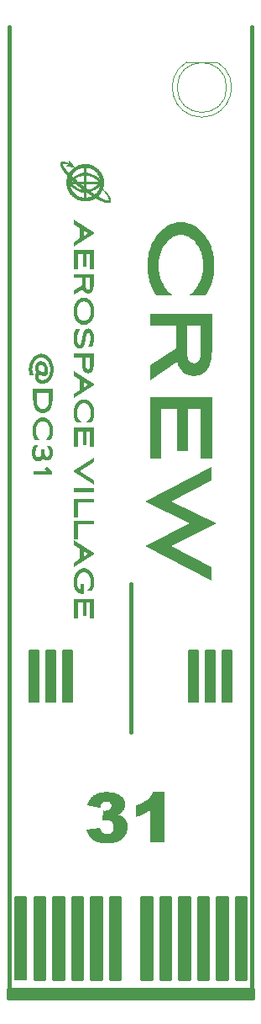
<source format=gto>
%TF.GenerationSoftware,KiCad,Pcbnew,(7.0.0-0)*%
%TF.CreationDate,2023-07-17T23:24:17-05:00*%
%TF.ProjectId,crew-SAO,63726577-2d53-4414-9f2e-6b696361645f,rev?*%
%TF.SameCoordinates,Original*%
%TF.FileFunction,Legend,Top*%
%TF.FilePolarity,Positive*%
%FSLAX46Y46*%
G04 Gerber Fmt 4.6, Leading zero omitted, Abs format (unit mm)*
G04 Created by KiCad (PCBNEW (7.0.0-0)) date 2023-07-17 23:24:17*
%MOMM*%
%LPD*%
G01*
G04 APERTURE LIST*
%ADD10C,0.211667*%
%ADD11C,0.154216*%
%ADD12C,0.446645*%
%ADD13C,0.231233*%
%ADD14C,0.195965*%
%ADD15C,0.154218*%
%ADD16C,0.020000*%
%ADD17C,0.396874*%
%ADD18C,0.150000*%
%ADD19C,0.400000*%
%ADD20C,0.200000*%
%ADD21C,0.120000*%
%ADD22R,1.800000X1.800000*%
%ADD23C,1.800000*%
%ADD24R,1.700000X1.700000*%
%ADD25O,1.700000X1.700000*%
%ADD26C,0.900000*%
G04 APERTURE END LIST*
D10*
G36*
X52150747Y-155857847D02*
G01*
X51092414Y-155857847D01*
X51092414Y-147602846D01*
X52150747Y-147602846D01*
X52150747Y-155857847D01*
G37*
X52150747Y-155857847D02*
X51092414Y-155857847D01*
X51092414Y-147602846D01*
X52150747Y-147602846D01*
X52150747Y-155857847D01*
G36*
X57230748Y-155857847D02*
G01*
X56172414Y-155857847D01*
X56172414Y-147602846D01*
X57230748Y-147602846D01*
X57230748Y-155857847D01*
G37*
X57230748Y-155857847D02*
X56172414Y-155857847D01*
X56172414Y-147602846D01*
X57230748Y-147602846D01*
X57230748Y-155857847D01*
D11*
G36*
X43933182Y-127908930D02*
G01*
X43030839Y-127908930D01*
X43030839Y-122769383D01*
X43933182Y-122769383D01*
X43933182Y-127908930D01*
G37*
X43933182Y-127908930D02*
X43030839Y-127908930D01*
X43030839Y-122769383D01*
X43933182Y-122769383D01*
X43933182Y-127908930D01*
D12*
X65407587Y-60000000D02*
X65407587Y-157500000D01*
D10*
G36*
X50245746Y-155857847D02*
G01*
X49187414Y-155857847D01*
X49187414Y-147602846D01*
X50245746Y-147602846D01*
X50245746Y-155857847D01*
G37*
X50245746Y-155857847D02*
X49187414Y-155857847D01*
X49187414Y-147602846D01*
X50245746Y-147602846D01*
X50245746Y-155857847D01*
G36*
X55325747Y-155857847D02*
G01*
X54267413Y-155857847D01*
X54267413Y-147602846D01*
X55325747Y-147602846D01*
X55325747Y-155857847D01*
G37*
X55325747Y-155857847D02*
X54267413Y-155857847D01*
X54267413Y-147602846D01*
X55325747Y-147602846D01*
X55325747Y-155857847D01*
G36*
X62945748Y-155857847D02*
G01*
X61887414Y-155857847D01*
X61887414Y-147602846D01*
X62945748Y-147602846D01*
X62945748Y-155857847D01*
G37*
X62945748Y-155857847D02*
X61887414Y-155857847D01*
X61887414Y-147602846D01*
X62945748Y-147602846D01*
X62945748Y-155857847D01*
G36*
X61040748Y-155857847D02*
G01*
X59982414Y-155857847D01*
X59982414Y-147602846D01*
X61040748Y-147602846D01*
X61040748Y-155857847D01*
G37*
X61040748Y-155857847D02*
X59982414Y-155857847D01*
X59982414Y-147602846D01*
X61040748Y-147602846D01*
X61040748Y-155857847D01*
G36*
X64850749Y-155857847D02*
G01*
X63792416Y-155857847D01*
X63792416Y-147602846D01*
X64850749Y-147602846D01*
X64850749Y-155857847D01*
G37*
X64850749Y-155857847D02*
X63792416Y-155857847D01*
X63792416Y-147602846D01*
X64850749Y-147602846D01*
X64850749Y-155857847D01*
D13*
G36*
X65634217Y-157785031D02*
G01*
X40776972Y-157785031D01*
X40776972Y-156761971D01*
X65634217Y-156761971D01*
X65634217Y-157785031D01*
G37*
X65634217Y-157785031D02*
X40776972Y-157785031D01*
X40776972Y-156761971D01*
X65634217Y-156761971D01*
X65634217Y-157785031D01*
D10*
G36*
X59135747Y-155857847D02*
G01*
X58077413Y-155857847D01*
X58077413Y-147602846D01*
X59135747Y-147602846D01*
X59135747Y-155857847D01*
G37*
X59135747Y-155857847D02*
X58077413Y-155857847D01*
X58077413Y-147602846D01*
X59135747Y-147602846D01*
X59135747Y-155857847D01*
D14*
G36*
X42640869Y-155857847D02*
G01*
X41552297Y-155857847D01*
X41552297Y-147602846D01*
X42640869Y-147602846D01*
X42640869Y-155857847D01*
G37*
X42640869Y-155857847D02*
X41552297Y-155857847D01*
X41552297Y-147602846D01*
X42640869Y-147602846D01*
X42640869Y-155857847D01*
D10*
G36*
X46435749Y-155857847D02*
G01*
X45377416Y-155857847D01*
X45377416Y-147602846D01*
X46435749Y-147602846D01*
X46435749Y-155857847D01*
G37*
X46435749Y-155857847D02*
X45377416Y-155857847D01*
X45377416Y-147602846D01*
X46435749Y-147602846D01*
X46435749Y-155857847D01*
D15*
G36*
X47319852Y-127911122D02*
G01*
X46417510Y-127911122D01*
X46417510Y-122771472D01*
X47319852Y-122771472D01*
X47319852Y-127911122D01*
G37*
X47319852Y-127911122D02*
X46417510Y-127911122D01*
X46417510Y-122771472D01*
X47319852Y-122771472D01*
X47319852Y-127911122D01*
D16*
G36*
X47603036Y-75381890D02*
G01*
X47699255Y-75466938D01*
X47728429Y-75492401D01*
X47757787Y-75517666D01*
X47816664Y-75568017D01*
X47443250Y-75568017D01*
X47374829Y-75504696D01*
X47340786Y-75472847D01*
X47306931Y-75440793D01*
X47446030Y-75337800D01*
X47446247Y-75337643D01*
X47446692Y-75337330D01*
X47460424Y-75327776D01*
X47461362Y-75327130D01*
X47476656Y-75316831D01*
X47492002Y-75306590D01*
X47507277Y-75296251D01*
X47603036Y-75381890D01*
G37*
X47603036Y-75381890D02*
X47699255Y-75466938D01*
X47728429Y-75492401D01*
X47757787Y-75517666D01*
X47816664Y-75568017D01*
X47443250Y-75568017D01*
X47374829Y-75504696D01*
X47340786Y-75472847D01*
X47306931Y-75440793D01*
X47446030Y-75337800D01*
X47446247Y-75337643D01*
X47446692Y-75337330D01*
X47460424Y-75327776D01*
X47461362Y-75327130D01*
X47476656Y-75316831D01*
X47492002Y-75306590D01*
X47507277Y-75296251D01*
X47603036Y-75381890D01*
G36*
X47224211Y-75033504D02*
G01*
X47269149Y-75076306D01*
X47314334Y-75118868D01*
X47359792Y-75161168D01*
X47359792Y-75161169D01*
X47358750Y-75161882D01*
X47358031Y-75162409D01*
X47317683Y-75191065D01*
X47277154Y-75220484D01*
X47237185Y-75250089D01*
X47197787Y-75279818D01*
X47189861Y-75285944D01*
X47182106Y-75292062D01*
X47176100Y-75296815D01*
X47168335Y-75302897D01*
X47166522Y-75304312D01*
X47146668Y-75284578D01*
X47126887Y-75264763D01*
X47087462Y-75224993D01*
X47088300Y-75222099D01*
X47088753Y-75220546D01*
X47088891Y-75220058D01*
X47092286Y-75208337D01*
X47092625Y-75207212D01*
X47092840Y-75206537D01*
X47113360Y-75145576D01*
X47136069Y-75086548D01*
X47136653Y-75085101D01*
X47137251Y-75083661D01*
X47162348Y-75025853D01*
X47179504Y-74990492D01*
X47224211Y-75033504D01*
G37*
X47224211Y-75033504D02*
X47269149Y-75076306D01*
X47314334Y-75118868D01*
X47359792Y-75161168D01*
X47359792Y-75161169D01*
X47358750Y-75161882D01*
X47358031Y-75162409D01*
X47317683Y-75191065D01*
X47277154Y-75220484D01*
X47237185Y-75250089D01*
X47197787Y-75279818D01*
X47189861Y-75285944D01*
X47182106Y-75292062D01*
X47176100Y-75296815D01*
X47168335Y-75302897D01*
X47166522Y-75304312D01*
X47146668Y-75284578D01*
X47126887Y-75264763D01*
X47087462Y-75224993D01*
X47088300Y-75222099D01*
X47088753Y-75220546D01*
X47088891Y-75220058D01*
X47092286Y-75208337D01*
X47092625Y-75207212D01*
X47092840Y-75206537D01*
X47113360Y-75145576D01*
X47136069Y-75086548D01*
X47136653Y-75085101D01*
X47137251Y-75083661D01*
X47162348Y-75025853D01*
X47179504Y-74990492D01*
X47224211Y-75033504D01*
D12*
X41000000Y-157500000D02*
X41000000Y-60000000D01*
D10*
G36*
X44530749Y-155857847D02*
G01*
X43472416Y-155857847D01*
X43472416Y-147602846D01*
X44530749Y-147602846D01*
X44530749Y-155857847D01*
G37*
X44530749Y-155857847D02*
X43472416Y-155857847D01*
X43472416Y-147602846D01*
X44530749Y-147602846D01*
X44530749Y-155857847D01*
D15*
G36*
X63380057Y-127906733D02*
G01*
X62477716Y-127906733D01*
X62477716Y-122767083D01*
X63380057Y-122767083D01*
X63380057Y-127906733D01*
G37*
X63380057Y-127906733D02*
X62477716Y-127906733D01*
X62477716Y-122767083D01*
X63380057Y-122767083D01*
X63380057Y-127906733D01*
D16*
G36*
X48734734Y-76301143D02*
G01*
X48782097Y-76336322D01*
X48829608Y-76371292D01*
X48877232Y-76406026D01*
X48874461Y-76406709D01*
X48782198Y-76423371D01*
X48781566Y-76423469D01*
X48780966Y-76423551D01*
X48687515Y-76434000D01*
X48687515Y-76265752D01*
X48734734Y-76301143D01*
G37*
X48734734Y-76301143D02*
X48782097Y-76336322D01*
X48829608Y-76371292D01*
X48877232Y-76406026D01*
X48874461Y-76406709D01*
X48782198Y-76423371D01*
X48781566Y-76423469D01*
X48780966Y-76423551D01*
X48687515Y-76434000D01*
X48687515Y-76265752D01*
X48734734Y-76301143D01*
D15*
G36*
X45626518Y-127908930D02*
G01*
X44724176Y-127908930D01*
X44724176Y-122769280D01*
X45626518Y-122769280D01*
X45626518Y-127908930D01*
G37*
X45626518Y-127908930D02*
X44724176Y-127908930D01*
X44724176Y-122769280D01*
X45626518Y-122769280D01*
X45626518Y-127908930D01*
D10*
G36*
X48340747Y-155857847D02*
G01*
X47282414Y-155857847D01*
X47282414Y-147602846D01*
X48340747Y-147602846D01*
X48340747Y-155857847D01*
G37*
X48340747Y-155857847D02*
X47282414Y-155857847D01*
X47282414Y-147602846D01*
X48340747Y-147602846D01*
X48340747Y-155857847D01*
D17*
X53205450Y-130972846D02*
X53205450Y-116090033D01*
D15*
G36*
X61686724Y-127904533D02*
G01*
X60784381Y-127904533D01*
X60784381Y-122764883D01*
X61686724Y-122764883D01*
X61686724Y-127904533D01*
G37*
X61686724Y-127904533D02*
X60784381Y-127904533D01*
X60784381Y-122764883D01*
X61686724Y-122764883D01*
X61686724Y-127904533D01*
D16*
G36*
X49314654Y-77358779D02*
G01*
X49230080Y-77391683D01*
X49143541Y-77420573D01*
X49055156Y-77445335D01*
X48965039Y-77465853D01*
X48873309Y-77482013D01*
X48780081Y-77493697D01*
X48687496Y-77500641D01*
X48685473Y-77500793D01*
X48589600Y-77503183D01*
X48493728Y-77500793D01*
X48491713Y-77500642D01*
X48491704Y-77500641D01*
X48399119Y-77493697D01*
X48305892Y-77482013D01*
X48214161Y-77465853D01*
X48124045Y-77445335D01*
X48035659Y-77420573D01*
X47949121Y-77391683D01*
X47864547Y-77358779D01*
X47782054Y-77321977D01*
X47701758Y-77281392D01*
X47623777Y-77237139D01*
X47548227Y-77189333D01*
X47475224Y-77138090D01*
X47404886Y-77083525D01*
X47337329Y-77025753D01*
X47272670Y-76964889D01*
X47211025Y-76901048D01*
X47152512Y-76834347D01*
X47097246Y-76764899D01*
X47045346Y-76692820D01*
X46996926Y-76618225D01*
X46952105Y-76541230D01*
X46910999Y-76461949D01*
X46873724Y-76380499D01*
X46840397Y-76296993D01*
X46811135Y-76211548D01*
X46786055Y-76124278D01*
X46765273Y-76035299D01*
X46748906Y-75944726D01*
X46747111Y-75930765D01*
X47046021Y-75930765D01*
X47058897Y-75995597D01*
X47074465Y-76059432D01*
X47092665Y-76122209D01*
X47113436Y-76183866D01*
X47136717Y-76244342D01*
X47162447Y-76303577D01*
X47190565Y-76361509D01*
X47221010Y-76418078D01*
X47253722Y-76473222D01*
X47288639Y-76526880D01*
X47364848Y-76629494D01*
X47449149Y-76725433D01*
X47541056Y-76814208D01*
X47640082Y-76895331D01*
X47745741Y-76968314D01*
X47800905Y-77001600D01*
X47857544Y-77032667D01*
X47915598Y-77061455D01*
X47975006Y-77087903D01*
X48035707Y-77111950D01*
X48097640Y-77133534D01*
X48160744Y-77152594D01*
X48224959Y-77169071D01*
X48290223Y-77182901D01*
X48356476Y-77194025D01*
X48423657Y-77202381D01*
X48491704Y-77207908D01*
X48687496Y-77207908D01*
X48755544Y-77202404D01*
X48822727Y-77194068D01*
X48888984Y-77182962D01*
X48954252Y-77169146D01*
X49018472Y-77152683D01*
X49081583Y-77133632D01*
X49143523Y-77112056D01*
X49204231Y-77088015D01*
X49263647Y-77061571D01*
X49321710Y-77032784D01*
X49346986Y-77018922D01*
X49294454Y-76987258D01*
X49224561Y-76943655D01*
X49155162Y-76899331D01*
X49086225Y-76854340D01*
X49017717Y-76808734D01*
X48881853Y-76715893D01*
X48747307Y-76621236D01*
X48748001Y-76621165D01*
X48758358Y-76620132D01*
X48769431Y-76619113D01*
X48780485Y-76618018D01*
X48785995Y-76617392D01*
X48791488Y-76616687D01*
X48817241Y-76612940D01*
X48842896Y-76608781D01*
X48868453Y-76604221D01*
X48893696Y-76599314D01*
X48893893Y-76599280D01*
X48894089Y-76599234D01*
X48919268Y-76593940D01*
X48944525Y-76588230D01*
X48969679Y-76582150D01*
X48994628Y-76575734D01*
X48994715Y-76575713D01*
X48994799Y-76575689D01*
X49016108Y-76569851D01*
X49037390Y-76563678D01*
X49058594Y-76557254D01*
X49079739Y-76550644D01*
X49165018Y-76610249D01*
X49250557Y-76669448D01*
X49336380Y-76728196D01*
X49422508Y-76786444D01*
X49457391Y-76809369D01*
X49492425Y-76832019D01*
X49562644Y-76877026D01*
X49540216Y-76894646D01*
X49539194Y-76895429D01*
X49538411Y-76896013D01*
X49487165Y-76932984D01*
X49433530Y-76968430D01*
X49378357Y-77001717D01*
X49346986Y-77018922D01*
X49347009Y-77018936D01*
X49362749Y-77010418D01*
X49370595Y-77006119D01*
X49378377Y-77001728D01*
X49392305Y-76993613D01*
X49406134Y-76985362D01*
X49419869Y-76976974D01*
X49433516Y-76968448D01*
X49447072Y-76959786D01*
X49460531Y-76950989D01*
X49473893Y-76942059D01*
X49487156Y-76932998D01*
X49500317Y-76923803D01*
X49513378Y-76914472D01*
X49526337Y-76905012D01*
X49538411Y-76896013D01*
X49539203Y-76895441D01*
X49540216Y-76894646D01*
X49545111Y-76890893D01*
X49550970Y-76886286D01*
X49562655Y-76877033D01*
X49562644Y-76877026D01*
X49589583Y-76855862D01*
X49638243Y-76814308D01*
X49685123Y-76770840D01*
X49730161Y-76725519D01*
X49773296Y-76678406D01*
X49814469Y-76629564D01*
X49853616Y-76579052D01*
X49890678Y-76526933D01*
X49925594Y-76473267D01*
X49958302Y-76418115D01*
X49988742Y-76361539D01*
X50016852Y-76303600D01*
X50042572Y-76244358D01*
X50065840Y-76183877D01*
X50086596Y-76122215D01*
X50104779Y-76059435D01*
X50120327Y-75995598D01*
X50133179Y-75930765D01*
X49981390Y-76049360D01*
X49820413Y-76166790D01*
X49736624Y-76223843D01*
X49650711Y-76279134D01*
X49562733Y-76332175D01*
X49472746Y-76382475D01*
X49380810Y-76429544D01*
X49286980Y-76472892D01*
X49191316Y-76512029D01*
X49093875Y-76546467D01*
X48994799Y-76575689D01*
X48994731Y-76575707D01*
X48994628Y-76575734D01*
X48894089Y-76599234D01*
X48893910Y-76599272D01*
X48893696Y-76599314D01*
X48791468Y-76616676D01*
X48748001Y-76621165D01*
X48747304Y-76621234D01*
X48747307Y-76621236D01*
X48687515Y-76627411D01*
X48687496Y-76627413D01*
X48687496Y-77207908D01*
X48491704Y-77207908D01*
X48491704Y-76627413D01*
X48439506Y-76623327D01*
X48387689Y-76617464D01*
X48285231Y-76600658D01*
X48184387Y-76577505D01*
X48085213Y-76548513D01*
X47987767Y-76514193D01*
X47892104Y-76475055D01*
X47798281Y-76431607D01*
X47706355Y-76384360D01*
X47616382Y-76333823D01*
X47528420Y-76280506D01*
X47442523Y-76224919D01*
X47358750Y-76167571D01*
X47277157Y-76108972D01*
X47197800Y-76049632D01*
X47143917Y-76007433D01*
X47046021Y-75930765D01*
X46747111Y-75930765D01*
X46737071Y-75852674D01*
X46730051Y-75761432D01*
X47144182Y-75761432D01*
X47292513Y-75877701D01*
X47447043Y-75991797D01*
X47526561Y-76046932D01*
X47607544Y-76100206D01*
X47689963Y-76151181D01*
X47773791Y-76199416D01*
X47858998Y-76244473D01*
X47945556Y-76285914D01*
X48033438Y-76323297D01*
X48122615Y-76356186D01*
X48213058Y-76384140D01*
X48304740Y-76406720D01*
X48397631Y-76423487D01*
X48489373Y-76433742D01*
X48489387Y-76433752D01*
X48491713Y-76434011D01*
X48491713Y-76434002D01*
X48687496Y-76434002D01*
X48687515Y-76434000D01*
X48687515Y-76434011D01*
X48711139Y-76431988D01*
X48734686Y-76429549D01*
X48758161Y-76426706D01*
X48780966Y-76423551D01*
X48781569Y-76423484D01*
X48782198Y-76423371D01*
X48804904Y-76419849D01*
X48828172Y-76415852D01*
X48851366Y-76411477D01*
X48874480Y-76406725D01*
X48877270Y-76406054D01*
X48877232Y-76406026D01*
X48966142Y-76384117D01*
X49056586Y-76356149D01*
X49145762Y-76323244D01*
X49233644Y-76285844D01*
X49320203Y-76244388D01*
X49405410Y-76199317D01*
X49489237Y-76151071D01*
X49571657Y-76100090D01*
X49652640Y-76046815D01*
X49732158Y-75991685D01*
X49810183Y-75935142D01*
X49886687Y-75877625D01*
X50035019Y-75761432D01*
X48687496Y-75761432D01*
X48687496Y-76434002D01*
X48491713Y-76434002D01*
X48491713Y-76116045D01*
X48491704Y-76116039D01*
X48491704Y-75761432D01*
X47144182Y-75761432D01*
X46730051Y-75761432D01*
X46729884Y-75759258D01*
X46727463Y-75664594D01*
X46729884Y-75569931D01*
X46730031Y-75568021D01*
X47143917Y-75568021D01*
X48491704Y-75568021D01*
X48687496Y-75568021D01*
X50035019Y-75568021D01*
X49886687Y-75451752D01*
X49732158Y-75337656D01*
X49652640Y-75282521D01*
X49571657Y-75229247D01*
X49489237Y-75178272D01*
X49405410Y-75130037D01*
X49320203Y-75084979D01*
X49233644Y-75043539D01*
X49145762Y-75006155D01*
X49056586Y-74973267D01*
X48966142Y-74945313D01*
X48874461Y-74922733D01*
X48781569Y-74905966D01*
X48687496Y-74895450D01*
X48687496Y-75568021D01*
X48491704Y-75568021D01*
X48491704Y-74895450D01*
X48396803Y-74905966D01*
X48303296Y-74922733D01*
X48211190Y-74945313D01*
X48120490Y-74973267D01*
X48031202Y-75006155D01*
X47943333Y-75043539D01*
X47856888Y-75084979D01*
X47771872Y-75130037D01*
X47688292Y-75178272D01*
X47606154Y-75229247D01*
X47525462Y-75282521D01*
X47460424Y-75327776D01*
X47453774Y-75332350D01*
X47446692Y-75337330D01*
X47446224Y-75337656D01*
X47446030Y-75337800D01*
X47410945Y-75363082D01*
X47375989Y-75388798D01*
X47341331Y-75414723D01*
X47306927Y-75440790D01*
X47306931Y-75440793D01*
X47292130Y-75451752D01*
X47143917Y-75568021D01*
X46730031Y-75568021D01*
X46737071Y-75476517D01*
X46747078Y-75398688D01*
X47046021Y-75398688D01*
X47168335Y-75302897D01*
X47174374Y-75298182D01*
X47176100Y-75296815D01*
X47197800Y-75279821D01*
X47358031Y-75162409D01*
X47358759Y-75161892D01*
X47359792Y-75161169D01*
X47442523Y-75104534D01*
X47528420Y-75048946D01*
X47616382Y-74995630D01*
X47706355Y-74945093D01*
X47798281Y-74897846D01*
X47892104Y-74854398D01*
X47987767Y-74815259D01*
X48085213Y-74780940D01*
X48184387Y-74751948D01*
X48285231Y-74728794D01*
X48387689Y-74711988D01*
X48491704Y-74702040D01*
X48687496Y-74702040D01*
X48739695Y-74706125D01*
X48791511Y-74711989D01*
X48893969Y-74728794D01*
X48994813Y-74751948D01*
X49093987Y-74780940D01*
X49191434Y-74815260D01*
X49287097Y-74854398D01*
X49380919Y-74897846D01*
X49472845Y-74945093D01*
X49562818Y-74995630D01*
X49650781Y-75048946D01*
X49736677Y-75104534D01*
X49820450Y-75161882D01*
X49902043Y-75220481D01*
X49981400Y-75279821D01*
X50133179Y-75398688D01*
X50120327Y-75333855D01*
X50104779Y-75270018D01*
X50086596Y-75207238D01*
X50065840Y-75145576D01*
X50042572Y-75085094D01*
X50016852Y-75025853D01*
X49988742Y-74967914D01*
X49958302Y-74911338D01*
X49925594Y-74856186D01*
X49890678Y-74802520D01*
X49814469Y-74699889D01*
X49730161Y-74603934D01*
X49638243Y-74515145D01*
X49539203Y-74434011D01*
X49433530Y-74361022D01*
X49378357Y-74327735D01*
X49321710Y-74296668D01*
X49263647Y-74267882D01*
X49204231Y-74241437D01*
X49143523Y-74217397D01*
X49081583Y-74195820D01*
X49018472Y-74176770D01*
X48954252Y-74160306D01*
X48888984Y-74146490D01*
X48822727Y-74135384D01*
X48755544Y-74127048D01*
X48687496Y-74121544D01*
X48687496Y-74702040D01*
X48491704Y-74702040D01*
X48491704Y-74121544D01*
X48423656Y-74127048D01*
X48356473Y-74135384D01*
X48290217Y-74146490D01*
X48224948Y-74160306D01*
X48160728Y-74176770D01*
X48097617Y-74195820D01*
X48035677Y-74217397D01*
X47974969Y-74241437D01*
X47915553Y-74267882D01*
X47857491Y-74296668D01*
X47800843Y-74327735D01*
X47745671Y-74361022D01*
X47692035Y-74396468D01*
X47639997Y-74434011D01*
X47589617Y-74473590D01*
X47540957Y-74515145D01*
X47494078Y-74558613D01*
X47449040Y-74603934D01*
X47405904Y-74651046D01*
X47364732Y-74699889D01*
X47325584Y-74750400D01*
X47288522Y-74802520D01*
X47253606Y-74856186D01*
X47220898Y-74911338D01*
X47190459Y-74967914D01*
X47179504Y-74990492D01*
X47179493Y-74990481D01*
X47170804Y-75008093D01*
X47166516Y-75016930D01*
X47162337Y-75025828D01*
X47155686Y-75040523D01*
X47149192Y-75055305D01*
X47142850Y-75070167D01*
X47137251Y-75083661D01*
X47136629Y-75085094D01*
X47136069Y-75086548D01*
X47130598Y-75100104D01*
X47124690Y-75115180D01*
X47118937Y-75130332D01*
X47113347Y-75145562D01*
X47107926Y-75160868D01*
X47102668Y-75176244D01*
X47097570Y-75191691D01*
X47092840Y-75206537D01*
X47092604Y-75207238D01*
X47092286Y-75208337D01*
X47091291Y-75211638D01*
X47090015Y-75216089D01*
X47088891Y-75220058D01*
X47088300Y-75222099D01*
X47087457Y-75224989D01*
X47087462Y-75224993D01*
X47074422Y-75270018D01*
X47058874Y-75333855D01*
X47046021Y-75398688D01*
X46747078Y-75398688D01*
X46748906Y-75384469D01*
X46765273Y-75293900D01*
X46786055Y-75204927D01*
X46811135Y-75117665D01*
X46840397Y-75032227D01*
X46873724Y-74948731D01*
X46910999Y-74867290D01*
X46951928Y-74788362D01*
X46952117Y-74788013D01*
X46952314Y-74787661D01*
X46957296Y-74779104D01*
X46959069Y-74776124D01*
X46960227Y-74774142D01*
X46961367Y-74772149D01*
X46961353Y-74772135D01*
X46957296Y-74779104D01*
X46956722Y-74780068D01*
X46954385Y-74784019D01*
X46953239Y-74786009D01*
X46952314Y-74787661D01*
X46952105Y-74788020D01*
X46951928Y-74788362D01*
X46941483Y-74807621D01*
X46931078Y-74827370D01*
X46920909Y-74847259D01*
X46910982Y-74867285D01*
X46901302Y-74887446D01*
X46891867Y-74907742D01*
X46882674Y-74928169D01*
X46873724Y-74948727D01*
X46871800Y-74953297D01*
X46869923Y-74957890D01*
X46866263Y-74967126D01*
X46858996Y-74985624D01*
X46805437Y-74927936D01*
X46778765Y-74898980D01*
X46752336Y-74869765D01*
X46706739Y-74817336D01*
X46661653Y-74764400D01*
X46617119Y-74710920D01*
X46573178Y-74656858D01*
X46529868Y-74602176D01*
X46487232Y-74546836D01*
X46445309Y-74490800D01*
X46404140Y-74434030D01*
X46364250Y-74376045D01*
X46324937Y-74317464D01*
X46286776Y-74257816D01*
X46250345Y-74196630D01*
X46232958Y-74165313D01*
X46216220Y-74133435D01*
X46200204Y-74100937D01*
X46184980Y-74067760D01*
X46170622Y-74033845D01*
X46157200Y-73999133D01*
X46144789Y-73963566D01*
X46133459Y-73927084D01*
X46129658Y-73913224D01*
X46126180Y-73899030D01*
X46123078Y-73884501D01*
X46120407Y-73869637D01*
X46118221Y-73854438D01*
X46116574Y-73838905D01*
X46115520Y-73823036D01*
X46115233Y-73814976D01*
X46115114Y-73806833D01*
X46115130Y-73801357D01*
X46115226Y-73795843D01*
X46115402Y-73790291D01*
X46115662Y-73784703D01*
X46116009Y-73779077D01*
X46116445Y-73773414D01*
X46116972Y-73767714D01*
X46117594Y-73761977D01*
X46118256Y-73756298D01*
X46119067Y-73750569D01*
X46120051Y-73744792D01*
X46121234Y-73738965D01*
X46122641Y-73733088D01*
X46124295Y-73727162D01*
X46125223Y-73724180D01*
X46126222Y-73721185D01*
X46127295Y-73718178D01*
X46128446Y-73715158D01*
X46136921Y-73691853D01*
X46138445Y-73688976D01*
X46140033Y-73686105D01*
X46141677Y-73683240D01*
X46143367Y-73680384D01*
X46145095Y-73677542D01*
X46146850Y-73674714D01*
X46150409Y-73669115D01*
X46153954Y-73663565D01*
X46157527Y-73658064D01*
X46159361Y-73655348D01*
X46161248Y-73652662D01*
X46163203Y-73650014D01*
X46165240Y-73647411D01*
X46183998Y-73628910D01*
X46186311Y-73626499D01*
X46188681Y-73624218D01*
X46191104Y-73622055D01*
X46193575Y-73620000D01*
X46196090Y-73618041D01*
X46198644Y-73616165D01*
X46201232Y-73614363D01*
X46203849Y-73612621D01*
X46209154Y-73609275D01*
X46214520Y-73606036D01*
X46219911Y-73602810D01*
X46225288Y-73599507D01*
X46236275Y-73594078D01*
X46247207Y-73589279D01*
X46258079Y-73585073D01*
X46268886Y-73581425D01*
X46279623Y-73578302D01*
X46290285Y-73575668D01*
X46300867Y-73573488D01*
X46311364Y-73571727D01*
X46321771Y-73570351D01*
X46332083Y-73569325D01*
X46342296Y-73568613D01*
X46352403Y-73568180D01*
X46372284Y-73568016D01*
X46391686Y-73568552D01*
X46410888Y-73569749D01*
X46429811Y-73571521D01*
X46448468Y-73573822D01*
X46466874Y-73576604D01*
X46485045Y-73579819D01*
X46502995Y-73583422D01*
X46520739Y-73587365D01*
X46538292Y-73591600D01*
X46593794Y-73606939D01*
X46648241Y-73624078D01*
X46701721Y-73642858D01*
X46754319Y-73663123D01*
X46806124Y-73684716D01*
X46857222Y-73707477D01*
X46907700Y-73731251D01*
X46957646Y-73755880D01*
X46976715Y-73482046D01*
X47451104Y-74044544D01*
X46717144Y-73991886D01*
X46924057Y-73818357D01*
X46873471Y-73799810D01*
X46822739Y-73782005D01*
X46771889Y-73765136D01*
X46720947Y-73749398D01*
X46669944Y-73734987D01*
X46618908Y-73722099D01*
X46567866Y-73710929D01*
X46516846Y-73701672D01*
X46500790Y-73699343D01*
X46484788Y-73697336D01*
X46468873Y-73695676D01*
X46453075Y-73694388D01*
X46437427Y-73693496D01*
X46421958Y-73693027D01*
X46406701Y-73693005D01*
X46391686Y-73693455D01*
X46384317Y-73693821D01*
X46377007Y-73694327D01*
X46369779Y-73694973D01*
X46362654Y-73695763D01*
X46355653Y-73696699D01*
X46348799Y-73697783D01*
X46342112Y-73699018D01*
X46335614Y-73700405D01*
X46329327Y-73701948D01*
X46323272Y-73703647D01*
X46317472Y-73705507D01*
X46311947Y-73707528D01*
X46306720Y-73709713D01*
X46301811Y-73712065D01*
X46297242Y-73714586D01*
X46293036Y-73717278D01*
X46289275Y-73720071D01*
X46285824Y-73722908D01*
X46282670Y-73725806D01*
X46279800Y-73728784D01*
X46277200Y-73731862D01*
X46274859Y-73735057D01*
X46272764Y-73738388D01*
X46270902Y-73741875D01*
X46269259Y-73745535D01*
X46267824Y-73749387D01*
X46266584Y-73753450D01*
X46265526Y-73757743D01*
X46264636Y-73762284D01*
X46263904Y-73767093D01*
X46263315Y-73772186D01*
X46262857Y-73777584D01*
X46262745Y-73783225D01*
X46262809Y-73789030D01*
X46263048Y-73794988D01*
X46263464Y-73801088D01*
X46264059Y-73807322D01*
X46264833Y-73813680D01*
X46265788Y-73820150D01*
X46266925Y-73826723D01*
X46268244Y-73833390D01*
X46269748Y-73840139D01*
X46271436Y-73846961D01*
X46273312Y-73853846D01*
X46275375Y-73860784D01*
X46277626Y-73867765D01*
X46280068Y-73874779D01*
X46282700Y-73881815D01*
X46287816Y-73895913D01*
X46293326Y-73910024D01*
X46299211Y-73924142D01*
X46305450Y-73938262D01*
X46318913Y-73966483D01*
X46333553Y-73994639D01*
X46349210Y-74022684D01*
X46365724Y-74050570D01*
X46382933Y-74078250D01*
X46400678Y-74105677D01*
X46418856Y-74133074D01*
X46437454Y-74160299D01*
X46456444Y-74187355D01*
X46475798Y-74214247D01*
X46495486Y-74240978D01*
X46515480Y-74267551D01*
X46535753Y-74293970D01*
X46556275Y-74320238D01*
X46598297Y-74372258D01*
X46641175Y-74423752D01*
X46684848Y-74474739D01*
X46729253Y-74525236D01*
X46774327Y-74575263D01*
X46820009Y-74624836D01*
X46866236Y-74673974D01*
X46912946Y-74722694D01*
X46918916Y-74728950D01*
X46924942Y-74735156D01*
X46937096Y-74747475D01*
X46949280Y-74759767D01*
X46961353Y-74772135D01*
X46996926Y-74711035D01*
X47045346Y-74636452D01*
X47097246Y-74564385D01*
X47152512Y-74494949D01*
X47211025Y-74428260D01*
X47272670Y-74364431D01*
X47337329Y-74303580D01*
X47404886Y-74245820D01*
X47475224Y-74191267D01*
X47548227Y-74140036D01*
X47623777Y-74092242D01*
X47701758Y-74048000D01*
X47782054Y-74007425D01*
X47864547Y-73970632D01*
X47949121Y-73937737D01*
X48035659Y-73908854D01*
X48124045Y-73884100D01*
X48214161Y-73863587D01*
X48305892Y-73847433D01*
X48399119Y-73835752D01*
X48493728Y-73828659D01*
X48589600Y-73826269D01*
X48685472Y-73828659D01*
X48780081Y-73835752D01*
X48873309Y-73847433D01*
X48965039Y-73863587D01*
X49055156Y-73884100D01*
X49143541Y-73908854D01*
X49230079Y-73937737D01*
X49314653Y-73970632D01*
X49397147Y-74007425D01*
X49477442Y-74048000D01*
X49555423Y-74092242D01*
X49630974Y-74140036D01*
X49703976Y-74191267D01*
X49774314Y-74245820D01*
X49841871Y-74303580D01*
X49906530Y-74364431D01*
X49968175Y-74428260D01*
X50026688Y-74494949D01*
X50081954Y-74564385D01*
X50133854Y-74636452D01*
X50182274Y-74711035D01*
X50227095Y-74788020D01*
X50268202Y-74867290D01*
X50305477Y-74948731D01*
X50338803Y-75032227D01*
X50368065Y-75117665D01*
X50393145Y-75204927D01*
X50413927Y-75293900D01*
X50430294Y-75384469D01*
X50442129Y-75476517D01*
X50449316Y-75569931D01*
X50451737Y-75664594D01*
X50449316Y-75759258D01*
X50442129Y-75852674D01*
X50430294Y-75944726D01*
X50413927Y-76035299D01*
X50393145Y-76124278D01*
X50368065Y-76211548D01*
X50338803Y-76296993D01*
X50305477Y-76380499D01*
X50268202Y-76461949D01*
X50227095Y-76541230D01*
X50182274Y-76618225D01*
X50133855Y-76692820D01*
X50081954Y-76764899D01*
X50026688Y-76834346D01*
X49968175Y-76901048D01*
X49906531Y-76964889D01*
X49841871Y-77025753D01*
X49774314Y-77083525D01*
X49703976Y-77138090D01*
X49634957Y-77186537D01*
X49633297Y-77187660D01*
X49633331Y-77187679D01*
X49630974Y-77189333D01*
X49555423Y-77237138D01*
X49477442Y-77281391D01*
X49397147Y-77321977D01*
X49347009Y-77344344D01*
X49314654Y-77358779D01*
G37*
X49314654Y-77358779D02*
X49230080Y-77391683D01*
X49143541Y-77420573D01*
X49055156Y-77445335D01*
X48965039Y-77465853D01*
X48873309Y-77482013D01*
X48780081Y-77493697D01*
X48687496Y-77500641D01*
X48685473Y-77500793D01*
X48589600Y-77503183D01*
X48493728Y-77500793D01*
X48491713Y-77500642D01*
X48491704Y-77500641D01*
X48399119Y-77493697D01*
X48305892Y-77482013D01*
X48214161Y-77465853D01*
X48124045Y-77445335D01*
X48035659Y-77420573D01*
X47949121Y-77391683D01*
X47864547Y-77358779D01*
X47782054Y-77321977D01*
X47701758Y-77281392D01*
X47623777Y-77237139D01*
X47548227Y-77189333D01*
X47475224Y-77138090D01*
X47404886Y-77083525D01*
X47337329Y-77025753D01*
X47272670Y-76964889D01*
X47211025Y-76901048D01*
X47152512Y-76834347D01*
X47097246Y-76764899D01*
X47045346Y-76692820D01*
X46996926Y-76618225D01*
X46952105Y-76541230D01*
X46910999Y-76461949D01*
X46873724Y-76380499D01*
X46840397Y-76296993D01*
X46811135Y-76211548D01*
X46786055Y-76124278D01*
X46765273Y-76035299D01*
X46748906Y-75944726D01*
X46747111Y-75930765D01*
X47046021Y-75930765D01*
X47058897Y-75995597D01*
X47074465Y-76059432D01*
X47092665Y-76122209D01*
X47113436Y-76183866D01*
X47136717Y-76244342D01*
X47162447Y-76303577D01*
X47190565Y-76361509D01*
X47221010Y-76418078D01*
X47253722Y-76473222D01*
X47288639Y-76526880D01*
X47364848Y-76629494D01*
X47449149Y-76725433D01*
X47541056Y-76814208D01*
X47640082Y-76895331D01*
X47745741Y-76968314D01*
X47800905Y-77001600D01*
X47857544Y-77032667D01*
X47915598Y-77061455D01*
X47975006Y-77087903D01*
X48035707Y-77111950D01*
X48097640Y-77133534D01*
X48160744Y-77152594D01*
X48224959Y-77169071D01*
X48290223Y-77182901D01*
X48356476Y-77194025D01*
X48423657Y-77202381D01*
X48491704Y-77207908D01*
X48687496Y-77207908D01*
X48755544Y-77202404D01*
X48822727Y-77194068D01*
X48888984Y-77182962D01*
X48954252Y-77169146D01*
X49018472Y-77152683D01*
X49081583Y-77133632D01*
X49143523Y-77112056D01*
X49204231Y-77088015D01*
X49263647Y-77061571D01*
X49321710Y-77032784D01*
X49346986Y-77018922D01*
X49294454Y-76987258D01*
X49224561Y-76943655D01*
X49155162Y-76899331D01*
X49086225Y-76854340D01*
X49017717Y-76808734D01*
X48881853Y-76715893D01*
X48747307Y-76621236D01*
X48748001Y-76621165D01*
X48758358Y-76620132D01*
X48769431Y-76619113D01*
X48780485Y-76618018D01*
X48785995Y-76617392D01*
X48791488Y-76616687D01*
X48817241Y-76612940D01*
X48842896Y-76608781D01*
X48868453Y-76604221D01*
X48893696Y-76599314D01*
X48893893Y-76599280D01*
X48894089Y-76599234D01*
X48919268Y-76593940D01*
X48944525Y-76588230D01*
X48969679Y-76582150D01*
X48994628Y-76575734D01*
X48994715Y-76575713D01*
X48994799Y-76575689D01*
X49016108Y-76569851D01*
X49037390Y-76563678D01*
X49058594Y-76557254D01*
X49079739Y-76550644D01*
X49165018Y-76610249D01*
X49250557Y-76669448D01*
X49336380Y-76728196D01*
X49422508Y-76786444D01*
X49457391Y-76809369D01*
X49492425Y-76832019D01*
X49562644Y-76877026D01*
X49540216Y-76894646D01*
X49539194Y-76895429D01*
X49538411Y-76896013D01*
X49487165Y-76932984D01*
X49433530Y-76968430D01*
X49378357Y-77001717D01*
X49346986Y-77018922D01*
X49347009Y-77018936D01*
X49362749Y-77010418D01*
X49370595Y-77006119D01*
X49378377Y-77001728D01*
X49392305Y-76993613D01*
X49406134Y-76985362D01*
X49419869Y-76976974D01*
X49433516Y-76968448D01*
X49447072Y-76959786D01*
X49460531Y-76950989D01*
X49473893Y-76942059D01*
X49487156Y-76932998D01*
X49500317Y-76923803D01*
X49513378Y-76914472D01*
X49526337Y-76905012D01*
X49538411Y-76896013D01*
X49539203Y-76895441D01*
X49540216Y-76894646D01*
X49545111Y-76890893D01*
X49550970Y-76886286D01*
X49562655Y-76877033D01*
X49562644Y-76877026D01*
X49589583Y-76855862D01*
X49638243Y-76814308D01*
X49685123Y-76770840D01*
X49730161Y-76725519D01*
X49773296Y-76678406D01*
X49814469Y-76629564D01*
X49853616Y-76579052D01*
X49890678Y-76526933D01*
X49925594Y-76473267D01*
X49958302Y-76418115D01*
X49988742Y-76361539D01*
X50016852Y-76303600D01*
X50042572Y-76244358D01*
X50065840Y-76183877D01*
X50086596Y-76122215D01*
X50104779Y-76059435D01*
X50120327Y-75995598D01*
X50133179Y-75930765D01*
X49981390Y-76049360D01*
X49820413Y-76166790D01*
X49736624Y-76223843D01*
X49650711Y-76279134D01*
X49562733Y-76332175D01*
X49472746Y-76382475D01*
X49380810Y-76429544D01*
X49286980Y-76472892D01*
X49191316Y-76512029D01*
X49093875Y-76546467D01*
X48994799Y-76575689D01*
X48994731Y-76575707D01*
X48994628Y-76575734D01*
X48894089Y-76599234D01*
X48893910Y-76599272D01*
X48893696Y-76599314D01*
X48791468Y-76616676D01*
X48748001Y-76621165D01*
X48747304Y-76621234D01*
X48747307Y-76621236D01*
X48687515Y-76627411D01*
X48687496Y-76627413D01*
X48687496Y-77207908D01*
X48491704Y-77207908D01*
X48491704Y-76627413D01*
X48439506Y-76623327D01*
X48387689Y-76617464D01*
X48285231Y-76600658D01*
X48184387Y-76577505D01*
X48085213Y-76548513D01*
X47987767Y-76514193D01*
X47892104Y-76475055D01*
X47798281Y-76431607D01*
X47706355Y-76384360D01*
X47616382Y-76333823D01*
X47528420Y-76280506D01*
X47442523Y-76224919D01*
X47358750Y-76167571D01*
X47277157Y-76108972D01*
X47197800Y-76049632D01*
X47143917Y-76007433D01*
X47046021Y-75930765D01*
X46747111Y-75930765D01*
X46737071Y-75852674D01*
X46730051Y-75761432D01*
X47144182Y-75761432D01*
X47292513Y-75877701D01*
X47447043Y-75991797D01*
X47526561Y-76046932D01*
X47607544Y-76100206D01*
X47689963Y-76151181D01*
X47773791Y-76199416D01*
X47858998Y-76244473D01*
X47945556Y-76285914D01*
X48033438Y-76323297D01*
X48122615Y-76356186D01*
X48213058Y-76384140D01*
X48304740Y-76406720D01*
X48397631Y-76423487D01*
X48489373Y-76433742D01*
X48489387Y-76433752D01*
X48491713Y-76434011D01*
X48491713Y-76434002D01*
X48687496Y-76434002D01*
X48687515Y-76434000D01*
X48687515Y-76434011D01*
X48711139Y-76431988D01*
X48734686Y-76429549D01*
X48758161Y-76426706D01*
X48780966Y-76423551D01*
X48781569Y-76423484D01*
X48782198Y-76423371D01*
X48804904Y-76419849D01*
X48828172Y-76415852D01*
X48851366Y-76411477D01*
X48874480Y-76406725D01*
X48877270Y-76406054D01*
X48877232Y-76406026D01*
X48966142Y-76384117D01*
X49056586Y-76356149D01*
X49145762Y-76323244D01*
X49233644Y-76285844D01*
X49320203Y-76244388D01*
X49405410Y-76199317D01*
X49489237Y-76151071D01*
X49571657Y-76100090D01*
X49652640Y-76046815D01*
X49732158Y-75991685D01*
X49810183Y-75935142D01*
X49886687Y-75877625D01*
X50035019Y-75761432D01*
X48687496Y-75761432D01*
X48687496Y-76434002D01*
X48491713Y-76434002D01*
X48491713Y-76116045D01*
X48491704Y-76116039D01*
X48491704Y-75761432D01*
X47144182Y-75761432D01*
X46730051Y-75761432D01*
X46729884Y-75759258D01*
X46727463Y-75664594D01*
X46729884Y-75569931D01*
X46730031Y-75568021D01*
X47143917Y-75568021D01*
X48491704Y-75568021D01*
X48687496Y-75568021D01*
X50035019Y-75568021D01*
X49886687Y-75451752D01*
X49732158Y-75337656D01*
X49652640Y-75282521D01*
X49571657Y-75229247D01*
X49489237Y-75178272D01*
X49405410Y-75130037D01*
X49320203Y-75084979D01*
X49233644Y-75043539D01*
X49145762Y-75006155D01*
X49056586Y-74973267D01*
X48966142Y-74945313D01*
X48874461Y-74922733D01*
X48781569Y-74905966D01*
X48687496Y-74895450D01*
X48687496Y-75568021D01*
X48491704Y-75568021D01*
X48491704Y-74895450D01*
X48396803Y-74905966D01*
X48303296Y-74922733D01*
X48211190Y-74945313D01*
X48120490Y-74973267D01*
X48031202Y-75006155D01*
X47943333Y-75043539D01*
X47856888Y-75084979D01*
X47771872Y-75130037D01*
X47688292Y-75178272D01*
X47606154Y-75229247D01*
X47525462Y-75282521D01*
X47460424Y-75327776D01*
X47453774Y-75332350D01*
X47446692Y-75337330D01*
X47446224Y-75337656D01*
X47446030Y-75337800D01*
X47410945Y-75363082D01*
X47375989Y-75388798D01*
X47341331Y-75414723D01*
X47306927Y-75440790D01*
X47306931Y-75440793D01*
X47292130Y-75451752D01*
X47143917Y-75568021D01*
X46730031Y-75568021D01*
X46737071Y-75476517D01*
X46747078Y-75398688D01*
X47046021Y-75398688D01*
X47168335Y-75302897D01*
X47174374Y-75298182D01*
X47176100Y-75296815D01*
X47197800Y-75279821D01*
X47358031Y-75162409D01*
X47358759Y-75161892D01*
X47359792Y-75161169D01*
X47442523Y-75104534D01*
X47528420Y-75048946D01*
X47616382Y-74995630D01*
X47706355Y-74945093D01*
X47798281Y-74897846D01*
X47892104Y-74854398D01*
X47987767Y-74815259D01*
X48085213Y-74780940D01*
X48184387Y-74751948D01*
X48285231Y-74728794D01*
X48387689Y-74711988D01*
X48491704Y-74702040D01*
X48687496Y-74702040D01*
X48739695Y-74706125D01*
X48791511Y-74711989D01*
X48893969Y-74728794D01*
X48994813Y-74751948D01*
X49093987Y-74780940D01*
X49191434Y-74815260D01*
X49287097Y-74854398D01*
X49380919Y-74897846D01*
X49472845Y-74945093D01*
X49562818Y-74995630D01*
X49650781Y-75048946D01*
X49736677Y-75104534D01*
X49820450Y-75161882D01*
X49902043Y-75220481D01*
X49981400Y-75279821D01*
X50133179Y-75398688D01*
X50120327Y-75333855D01*
X50104779Y-75270018D01*
X50086596Y-75207238D01*
X50065840Y-75145576D01*
X50042572Y-75085094D01*
X50016852Y-75025853D01*
X49988742Y-74967914D01*
X49958302Y-74911338D01*
X49925594Y-74856186D01*
X49890678Y-74802520D01*
X49814469Y-74699889D01*
X49730161Y-74603934D01*
X49638243Y-74515145D01*
X49539203Y-74434011D01*
X49433530Y-74361022D01*
X49378357Y-74327735D01*
X49321710Y-74296668D01*
X49263647Y-74267882D01*
X49204231Y-74241437D01*
X49143523Y-74217397D01*
X49081583Y-74195820D01*
X49018472Y-74176770D01*
X48954252Y-74160306D01*
X48888984Y-74146490D01*
X48822727Y-74135384D01*
X48755544Y-74127048D01*
X48687496Y-74121544D01*
X48687496Y-74702040D01*
X48491704Y-74702040D01*
X48491704Y-74121544D01*
X48423656Y-74127048D01*
X48356473Y-74135384D01*
X48290217Y-74146490D01*
X48224948Y-74160306D01*
X48160728Y-74176770D01*
X48097617Y-74195820D01*
X48035677Y-74217397D01*
X47974969Y-74241437D01*
X47915553Y-74267882D01*
X47857491Y-74296668D01*
X47800843Y-74327735D01*
X47745671Y-74361022D01*
X47692035Y-74396468D01*
X47639997Y-74434011D01*
X47589617Y-74473590D01*
X47540957Y-74515145D01*
X47494078Y-74558613D01*
X47449040Y-74603934D01*
X47405904Y-74651046D01*
X47364732Y-74699889D01*
X47325584Y-74750400D01*
X47288522Y-74802520D01*
X47253606Y-74856186D01*
X47220898Y-74911338D01*
X47190459Y-74967914D01*
X47179504Y-74990492D01*
X47179493Y-74990481D01*
X47170804Y-75008093D01*
X47166516Y-75016930D01*
X47162337Y-75025828D01*
X47155686Y-75040523D01*
X47149192Y-75055305D01*
X47142850Y-75070167D01*
X47137251Y-75083661D01*
X47136629Y-75085094D01*
X47136069Y-75086548D01*
X47130598Y-75100104D01*
X47124690Y-75115180D01*
X47118937Y-75130332D01*
X47113347Y-75145562D01*
X47107926Y-75160868D01*
X47102668Y-75176244D01*
X47097570Y-75191691D01*
X47092840Y-75206537D01*
X47092604Y-75207238D01*
X47092286Y-75208337D01*
X47091291Y-75211638D01*
X47090015Y-75216089D01*
X47088891Y-75220058D01*
X47088300Y-75222099D01*
X47087457Y-75224989D01*
X47087462Y-75224993D01*
X47074422Y-75270018D01*
X47058874Y-75333855D01*
X47046021Y-75398688D01*
X46747078Y-75398688D01*
X46748906Y-75384469D01*
X46765273Y-75293900D01*
X46786055Y-75204927D01*
X46811135Y-75117665D01*
X46840397Y-75032227D01*
X46873724Y-74948731D01*
X46910999Y-74867290D01*
X46951928Y-74788362D01*
X46952117Y-74788013D01*
X46952314Y-74787661D01*
X46957296Y-74779104D01*
X46959069Y-74776124D01*
X46960227Y-74774142D01*
X46961367Y-74772149D01*
X46961353Y-74772135D01*
X46957296Y-74779104D01*
X46956722Y-74780068D01*
X46954385Y-74784019D01*
X46953239Y-74786009D01*
X46952314Y-74787661D01*
X46952105Y-74788020D01*
X46951928Y-74788362D01*
X46941483Y-74807621D01*
X46931078Y-74827370D01*
X46920909Y-74847259D01*
X46910982Y-74867285D01*
X46901302Y-74887446D01*
X46891867Y-74907742D01*
X46882674Y-74928169D01*
X46873724Y-74948727D01*
X46871800Y-74953297D01*
X46869923Y-74957890D01*
X46866263Y-74967126D01*
X46858996Y-74985624D01*
X46805437Y-74927936D01*
X46778765Y-74898980D01*
X46752336Y-74869765D01*
X46706739Y-74817336D01*
X46661653Y-74764400D01*
X46617119Y-74710920D01*
X46573178Y-74656858D01*
X46529868Y-74602176D01*
X46487232Y-74546836D01*
X46445309Y-74490800D01*
X46404140Y-74434030D01*
X46364250Y-74376045D01*
X46324937Y-74317464D01*
X46286776Y-74257816D01*
X46250345Y-74196630D01*
X46232958Y-74165313D01*
X46216220Y-74133435D01*
X46200204Y-74100937D01*
X46184980Y-74067760D01*
X46170622Y-74033845D01*
X46157200Y-73999133D01*
X46144789Y-73963566D01*
X46133459Y-73927084D01*
X46129658Y-73913224D01*
X46126180Y-73899030D01*
X46123078Y-73884501D01*
X46120407Y-73869637D01*
X46118221Y-73854438D01*
X46116574Y-73838905D01*
X46115520Y-73823036D01*
X46115233Y-73814976D01*
X46115114Y-73806833D01*
X46115130Y-73801357D01*
X46115226Y-73795843D01*
X46115402Y-73790291D01*
X46115662Y-73784703D01*
X46116009Y-73779077D01*
X46116445Y-73773414D01*
X46116972Y-73767714D01*
X46117594Y-73761977D01*
X46118256Y-73756298D01*
X46119067Y-73750569D01*
X46120051Y-73744792D01*
X46121234Y-73738965D01*
X46122641Y-73733088D01*
X46124295Y-73727162D01*
X46125223Y-73724180D01*
X46126222Y-73721185D01*
X46127295Y-73718178D01*
X46128446Y-73715158D01*
X46136921Y-73691853D01*
X46138445Y-73688976D01*
X46140033Y-73686105D01*
X46141677Y-73683240D01*
X46143367Y-73680384D01*
X46145095Y-73677542D01*
X46146850Y-73674714D01*
X46150409Y-73669115D01*
X46153954Y-73663565D01*
X46157527Y-73658064D01*
X46159361Y-73655348D01*
X46161248Y-73652662D01*
X46163203Y-73650014D01*
X46165240Y-73647411D01*
X46183998Y-73628910D01*
X46186311Y-73626499D01*
X46188681Y-73624218D01*
X46191104Y-73622055D01*
X46193575Y-73620000D01*
X46196090Y-73618041D01*
X46198644Y-73616165D01*
X46201232Y-73614363D01*
X46203849Y-73612621D01*
X46209154Y-73609275D01*
X46214520Y-73606036D01*
X46219911Y-73602810D01*
X46225288Y-73599507D01*
X46236275Y-73594078D01*
X46247207Y-73589279D01*
X46258079Y-73585073D01*
X46268886Y-73581425D01*
X46279623Y-73578302D01*
X46290285Y-73575668D01*
X46300867Y-73573488D01*
X46311364Y-73571727D01*
X46321771Y-73570351D01*
X46332083Y-73569325D01*
X46342296Y-73568613D01*
X46352403Y-73568180D01*
X46372284Y-73568016D01*
X46391686Y-73568552D01*
X46410888Y-73569749D01*
X46429811Y-73571521D01*
X46448468Y-73573822D01*
X46466874Y-73576604D01*
X46485045Y-73579819D01*
X46502995Y-73583422D01*
X46520739Y-73587365D01*
X46538292Y-73591600D01*
X46593794Y-73606939D01*
X46648241Y-73624078D01*
X46701721Y-73642858D01*
X46754319Y-73663123D01*
X46806124Y-73684716D01*
X46857222Y-73707477D01*
X46907700Y-73731251D01*
X46957646Y-73755880D01*
X46976715Y-73482046D01*
X47451104Y-74044544D01*
X46717144Y-73991886D01*
X46924057Y-73818357D01*
X46873471Y-73799810D01*
X46822739Y-73782005D01*
X46771889Y-73765136D01*
X46720947Y-73749398D01*
X46669944Y-73734987D01*
X46618908Y-73722099D01*
X46567866Y-73710929D01*
X46516846Y-73701672D01*
X46500790Y-73699343D01*
X46484788Y-73697336D01*
X46468873Y-73695676D01*
X46453075Y-73694388D01*
X46437427Y-73693496D01*
X46421958Y-73693027D01*
X46406701Y-73693005D01*
X46391686Y-73693455D01*
X46384317Y-73693821D01*
X46377007Y-73694327D01*
X46369779Y-73694973D01*
X46362654Y-73695763D01*
X46355653Y-73696699D01*
X46348799Y-73697783D01*
X46342112Y-73699018D01*
X46335614Y-73700405D01*
X46329327Y-73701948D01*
X46323272Y-73703647D01*
X46317472Y-73705507D01*
X46311947Y-73707528D01*
X46306720Y-73709713D01*
X46301811Y-73712065D01*
X46297242Y-73714586D01*
X46293036Y-73717278D01*
X46289275Y-73720071D01*
X46285824Y-73722908D01*
X46282670Y-73725806D01*
X46279800Y-73728784D01*
X46277200Y-73731862D01*
X46274859Y-73735057D01*
X46272764Y-73738388D01*
X46270902Y-73741875D01*
X46269259Y-73745535D01*
X46267824Y-73749387D01*
X46266584Y-73753450D01*
X46265526Y-73757743D01*
X46264636Y-73762284D01*
X46263904Y-73767093D01*
X46263315Y-73772186D01*
X46262857Y-73777584D01*
X46262745Y-73783225D01*
X46262809Y-73789030D01*
X46263048Y-73794988D01*
X46263464Y-73801088D01*
X46264059Y-73807322D01*
X46264833Y-73813680D01*
X46265788Y-73820150D01*
X46266925Y-73826723D01*
X46268244Y-73833390D01*
X46269748Y-73840139D01*
X46271436Y-73846961D01*
X46273312Y-73853846D01*
X46275375Y-73860784D01*
X46277626Y-73867765D01*
X46280068Y-73874779D01*
X46282700Y-73881815D01*
X46287816Y-73895913D01*
X46293326Y-73910024D01*
X46299211Y-73924142D01*
X46305450Y-73938262D01*
X46318913Y-73966483D01*
X46333553Y-73994639D01*
X46349210Y-74022684D01*
X46365724Y-74050570D01*
X46382933Y-74078250D01*
X46400678Y-74105677D01*
X46418856Y-74133074D01*
X46437454Y-74160299D01*
X46456444Y-74187355D01*
X46475798Y-74214247D01*
X46495486Y-74240978D01*
X46515480Y-74267551D01*
X46535753Y-74293970D01*
X46556275Y-74320238D01*
X46598297Y-74372258D01*
X46641175Y-74423752D01*
X46684848Y-74474739D01*
X46729253Y-74525236D01*
X46774327Y-74575263D01*
X46820009Y-74624836D01*
X46866236Y-74673974D01*
X46912946Y-74722694D01*
X46918916Y-74728950D01*
X46924942Y-74735156D01*
X46937096Y-74747475D01*
X46949280Y-74759767D01*
X46961353Y-74772135D01*
X46996926Y-74711035D01*
X47045346Y-74636452D01*
X47097246Y-74564385D01*
X47152512Y-74494949D01*
X47211025Y-74428260D01*
X47272670Y-74364431D01*
X47337329Y-74303580D01*
X47404886Y-74245820D01*
X47475224Y-74191267D01*
X47548227Y-74140036D01*
X47623777Y-74092242D01*
X47701758Y-74048000D01*
X47782054Y-74007425D01*
X47864547Y-73970632D01*
X47949121Y-73937737D01*
X48035659Y-73908854D01*
X48124045Y-73884100D01*
X48214161Y-73863587D01*
X48305892Y-73847433D01*
X48399119Y-73835752D01*
X48493728Y-73828659D01*
X48589600Y-73826269D01*
X48685472Y-73828659D01*
X48780081Y-73835752D01*
X48873309Y-73847433D01*
X48965039Y-73863587D01*
X49055156Y-73884100D01*
X49143541Y-73908854D01*
X49230079Y-73937737D01*
X49314653Y-73970632D01*
X49397147Y-74007425D01*
X49477442Y-74048000D01*
X49555423Y-74092242D01*
X49630974Y-74140036D01*
X49703976Y-74191267D01*
X49774314Y-74245820D01*
X49841871Y-74303580D01*
X49906530Y-74364431D01*
X49968175Y-74428260D01*
X50026688Y-74494949D01*
X50081954Y-74564385D01*
X50133854Y-74636452D01*
X50182274Y-74711035D01*
X50227095Y-74788020D01*
X50268202Y-74867290D01*
X50305477Y-74948731D01*
X50338803Y-75032227D01*
X50368065Y-75117665D01*
X50393145Y-75204927D01*
X50413927Y-75293900D01*
X50430294Y-75384469D01*
X50442129Y-75476517D01*
X50449316Y-75569931D01*
X50451737Y-75664594D01*
X50449316Y-75759258D01*
X50442129Y-75852674D01*
X50430294Y-75944726D01*
X50413927Y-76035299D01*
X50393145Y-76124278D01*
X50368065Y-76211548D01*
X50338803Y-76296993D01*
X50305477Y-76380499D01*
X50268202Y-76461949D01*
X50227095Y-76541230D01*
X50182274Y-76618225D01*
X50133855Y-76692820D01*
X50081954Y-76764899D01*
X50026688Y-76834346D01*
X49968175Y-76901048D01*
X49906531Y-76964889D01*
X49841871Y-77025753D01*
X49774314Y-77083525D01*
X49703976Y-77138090D01*
X49634957Y-77186537D01*
X49633297Y-77187660D01*
X49633331Y-77187679D01*
X49630974Y-77189333D01*
X49555423Y-77237138D01*
X49477442Y-77281391D01*
X49397147Y-77321977D01*
X49347009Y-77344344D01*
X49314654Y-77358779D01*
D11*
G36*
X59993387Y-127904533D02*
G01*
X59091043Y-127904533D01*
X59091043Y-122764986D01*
X59993387Y-122764986D01*
X59993387Y-127904533D01*
G37*
X59993387Y-127904533D02*
X59091043Y-127904533D01*
X59091043Y-122764986D01*
X59993387Y-122764986D01*
X59993387Y-127904533D01*
D16*
G36*
X50434378Y-76399998D02*
G01*
X50484082Y-76447463D01*
X50533303Y-76495487D01*
X50581972Y-76544124D01*
X50630022Y-76593431D01*
X50677382Y-76643463D01*
X50723986Y-76694277D01*
X50769764Y-76745930D01*
X50792482Y-76771952D01*
X50814976Y-76798234D01*
X50837222Y-76824789D01*
X50859195Y-76851630D01*
X50880870Y-76878768D01*
X50902223Y-76906216D01*
X50923229Y-76933986D01*
X50943863Y-76962092D01*
X50964253Y-76990516D01*
X50984303Y-77019279D01*
X51003944Y-77048444D01*
X51023107Y-77078077D01*
X51041725Y-77108243D01*
X51059729Y-77139008D01*
X51077050Y-77170437D01*
X51093621Y-77202594D01*
X51101472Y-77219061D01*
X51109104Y-77235751D01*
X51116445Y-77252715D01*
X51123423Y-77270001D01*
X51129967Y-77287659D01*
X51136005Y-77305739D01*
X51141466Y-77324290D01*
X51143958Y-77333757D01*
X51146279Y-77343361D01*
X51150340Y-77362804D01*
X51153759Y-77383018D01*
X51155121Y-77393405D01*
X51156193Y-77403976D01*
X51156933Y-77414727D01*
X51157297Y-77425654D01*
X51157242Y-77436756D01*
X51156726Y-77448027D01*
X51155705Y-77459466D01*
X51154137Y-77471069D01*
X51151978Y-77482833D01*
X51149185Y-77494755D01*
X51145715Y-77506832D01*
X51141525Y-77519061D01*
X51139043Y-77525076D01*
X51136362Y-77531021D01*
X51133480Y-77536897D01*
X51130400Y-77542708D01*
X51127121Y-77548457D01*
X51123644Y-77554147D01*
X51119971Y-77559781D01*
X51116100Y-77565363D01*
X51111849Y-77570396D01*
X51107446Y-77575372D01*
X51102912Y-77580285D01*
X51098269Y-77585130D01*
X51093539Y-77589900D01*
X51088744Y-77594590D01*
X51083907Y-77599194D01*
X51079048Y-77603707D01*
X51068444Y-77610832D01*
X51063086Y-77614351D01*
X51057697Y-77617815D01*
X51052284Y-77621205D01*
X51046851Y-77624501D01*
X51041405Y-77627684D01*
X51035950Y-77630733D01*
X51030568Y-77632990D01*
X51025143Y-77635197D01*
X51014186Y-77639480D01*
X51003130Y-77643615D01*
X50992025Y-77647632D01*
X50981213Y-77650385D01*
X50970502Y-77652804D01*
X50959888Y-77654907D01*
X50949369Y-77656711D01*
X50938939Y-77658235D01*
X50928595Y-77659497D01*
X50918333Y-77660515D01*
X50908150Y-77661307D01*
X50888003Y-77662286D01*
X50868122Y-77662579D01*
X50848477Y-77662332D01*
X50829038Y-77661688D01*
X50791200Y-77658233D01*
X50754046Y-77653498D01*
X50717513Y-77647591D01*
X50681537Y-77640621D01*
X50646058Y-77632696D01*
X50611013Y-77623924D01*
X50576339Y-77614414D01*
X50541975Y-77604275D01*
X50507911Y-77593679D01*
X50474159Y-77582561D01*
X50440684Y-77570971D01*
X50407454Y-77558960D01*
X50374435Y-77546576D01*
X50341592Y-77533871D01*
X50276306Y-77507692D01*
X50193060Y-77472426D01*
X50110774Y-77435554D01*
X50029378Y-77397202D01*
X49948801Y-77357496D01*
X49868975Y-77316563D01*
X49789828Y-77274529D01*
X49711292Y-77231519D01*
X49633331Y-77187679D01*
X49634957Y-77186537D01*
X49651192Y-77175559D01*
X49668949Y-77163276D01*
X49686553Y-77150796D01*
X49703990Y-77138102D01*
X49721828Y-77124767D01*
X49739496Y-77111225D01*
X49756994Y-77097479D01*
X49774322Y-77083532D01*
X49787248Y-77072824D01*
X49800025Y-77061950D01*
X49812701Y-77050963D01*
X49825326Y-77039917D01*
X49839265Y-77048356D01*
X49853151Y-77056897D01*
X49867052Y-77065411D01*
X49881033Y-77073765D01*
X49998081Y-77141045D01*
X50115727Y-77206789D01*
X50174898Y-77238728D01*
X50234365Y-77269854D01*
X50294180Y-77300025D01*
X50354389Y-77329098D01*
X50414749Y-77357005D01*
X50475664Y-77383888D01*
X50536971Y-77409319D01*
X50598504Y-77432870D01*
X50660098Y-77454115D01*
X50690868Y-77463739D01*
X50721591Y-77472625D01*
X50752247Y-77480721D01*
X50782816Y-77487974D01*
X50813277Y-77494329D01*
X50843610Y-77499733D01*
X50858343Y-77501351D01*
X50872921Y-77502602D01*
X50887268Y-77503443D01*
X50901308Y-77503832D01*
X50914964Y-77503724D01*
X50921623Y-77503471D01*
X50928158Y-77503077D01*
X50934558Y-77502538D01*
X50940813Y-77501847D01*
X50946916Y-77501001D01*
X50952854Y-77499992D01*
X50958571Y-77498617D01*
X50963926Y-77497166D01*
X50968935Y-77495629D01*
X50973613Y-77493997D01*
X50977977Y-77492262D01*
X50982042Y-77490414D01*
X50983967Y-77489445D01*
X50985824Y-77488444D01*
X50987614Y-77487411D01*
X50989339Y-77486344D01*
X50991001Y-77485242D01*
X50992603Y-77484105D01*
X50994145Y-77482930D01*
X50995631Y-77481717D01*
X50997062Y-77480464D01*
X50998441Y-77479171D01*
X50999768Y-77477836D01*
X51001046Y-77476459D01*
X51002278Y-77475038D01*
X51003464Y-77473572D01*
X51004608Y-77472059D01*
X51005710Y-77470500D01*
X51007800Y-77467234D01*
X51009750Y-77463767D01*
X51011635Y-77459860D01*
X51013322Y-77455595D01*
X51014811Y-77450993D01*
X51016101Y-77446074D01*
X51017193Y-77440858D01*
X51018086Y-77435367D01*
X51018782Y-77429620D01*
X51019278Y-77423639D01*
X51019576Y-77417444D01*
X51019676Y-77411056D01*
X51019578Y-77404494D01*
X51019280Y-77397781D01*
X51018785Y-77390936D01*
X51018090Y-77383981D01*
X51017198Y-77376935D01*
X51016106Y-77369819D01*
X51013534Y-77355427D01*
X51010411Y-77340849D01*
X51006781Y-77326118D01*
X51002685Y-77311267D01*
X50998168Y-77296328D01*
X50993272Y-77281337D01*
X50988040Y-77266324D01*
X50982517Y-77251325D01*
X50970226Y-77221205D01*
X50957101Y-77191264D01*
X50943198Y-77161497D01*
X50928569Y-77131900D01*
X50913269Y-77102466D01*
X50897352Y-77073191D01*
X50863880Y-77015096D01*
X50828585Y-76957570D01*
X50791898Y-76900573D01*
X50754250Y-76844062D01*
X50716073Y-76787994D01*
X50676552Y-76732505D01*
X50636396Y-76677355D01*
X50595644Y-76622534D01*
X50554333Y-76568033D01*
X50470186Y-76459952D01*
X50384258Y-76353034D01*
X50434378Y-76399998D01*
G37*
X50434378Y-76399998D02*
X50484082Y-76447463D01*
X50533303Y-76495487D01*
X50581972Y-76544124D01*
X50630022Y-76593431D01*
X50677382Y-76643463D01*
X50723986Y-76694277D01*
X50769764Y-76745930D01*
X50792482Y-76771952D01*
X50814976Y-76798234D01*
X50837222Y-76824789D01*
X50859195Y-76851630D01*
X50880870Y-76878768D01*
X50902223Y-76906216D01*
X50923229Y-76933986D01*
X50943863Y-76962092D01*
X50964253Y-76990516D01*
X50984303Y-77019279D01*
X51003944Y-77048444D01*
X51023107Y-77078077D01*
X51041725Y-77108243D01*
X51059729Y-77139008D01*
X51077050Y-77170437D01*
X51093621Y-77202594D01*
X51101472Y-77219061D01*
X51109104Y-77235751D01*
X51116445Y-77252715D01*
X51123423Y-77270001D01*
X51129967Y-77287659D01*
X51136005Y-77305739D01*
X51141466Y-77324290D01*
X51143958Y-77333757D01*
X51146279Y-77343361D01*
X51150340Y-77362804D01*
X51153759Y-77383018D01*
X51155121Y-77393405D01*
X51156193Y-77403976D01*
X51156933Y-77414727D01*
X51157297Y-77425654D01*
X51157242Y-77436756D01*
X51156726Y-77448027D01*
X51155705Y-77459466D01*
X51154137Y-77471069D01*
X51151978Y-77482833D01*
X51149185Y-77494755D01*
X51145715Y-77506832D01*
X51141525Y-77519061D01*
X51139043Y-77525076D01*
X51136362Y-77531021D01*
X51133480Y-77536897D01*
X51130400Y-77542708D01*
X51127121Y-77548457D01*
X51123644Y-77554147D01*
X51119971Y-77559781D01*
X51116100Y-77565363D01*
X51111849Y-77570396D01*
X51107446Y-77575372D01*
X51102912Y-77580285D01*
X51098269Y-77585130D01*
X51093539Y-77589900D01*
X51088744Y-77594590D01*
X51083907Y-77599194D01*
X51079048Y-77603707D01*
X51068444Y-77610832D01*
X51063086Y-77614351D01*
X51057697Y-77617815D01*
X51052284Y-77621205D01*
X51046851Y-77624501D01*
X51041405Y-77627684D01*
X51035950Y-77630733D01*
X51030568Y-77632990D01*
X51025143Y-77635197D01*
X51014186Y-77639480D01*
X51003130Y-77643615D01*
X50992025Y-77647632D01*
X50981213Y-77650385D01*
X50970502Y-77652804D01*
X50959888Y-77654907D01*
X50949369Y-77656711D01*
X50938939Y-77658235D01*
X50928595Y-77659497D01*
X50918333Y-77660515D01*
X50908150Y-77661307D01*
X50888003Y-77662286D01*
X50868122Y-77662579D01*
X50848477Y-77662332D01*
X50829038Y-77661688D01*
X50791200Y-77658233D01*
X50754046Y-77653498D01*
X50717513Y-77647591D01*
X50681537Y-77640621D01*
X50646058Y-77632696D01*
X50611013Y-77623924D01*
X50576339Y-77614414D01*
X50541975Y-77604275D01*
X50507911Y-77593679D01*
X50474159Y-77582561D01*
X50440684Y-77570971D01*
X50407454Y-77558960D01*
X50374435Y-77546576D01*
X50341592Y-77533871D01*
X50276306Y-77507692D01*
X50193060Y-77472426D01*
X50110774Y-77435554D01*
X50029378Y-77397202D01*
X49948801Y-77357496D01*
X49868975Y-77316563D01*
X49789828Y-77274529D01*
X49711292Y-77231519D01*
X49633331Y-77187679D01*
X49634957Y-77186537D01*
X49651192Y-77175559D01*
X49668949Y-77163276D01*
X49686553Y-77150796D01*
X49703990Y-77138102D01*
X49721828Y-77124767D01*
X49739496Y-77111225D01*
X49756994Y-77097479D01*
X49774322Y-77083532D01*
X49787248Y-77072824D01*
X49800025Y-77061950D01*
X49812701Y-77050963D01*
X49825326Y-77039917D01*
X49839265Y-77048356D01*
X49853151Y-77056897D01*
X49867052Y-77065411D01*
X49881033Y-77073765D01*
X49998081Y-77141045D01*
X50115727Y-77206789D01*
X50174898Y-77238728D01*
X50234365Y-77269854D01*
X50294180Y-77300025D01*
X50354389Y-77329098D01*
X50414749Y-77357005D01*
X50475664Y-77383888D01*
X50536971Y-77409319D01*
X50598504Y-77432870D01*
X50660098Y-77454115D01*
X50690868Y-77463739D01*
X50721591Y-77472625D01*
X50752247Y-77480721D01*
X50782816Y-77487974D01*
X50813277Y-77494329D01*
X50843610Y-77499733D01*
X50858343Y-77501351D01*
X50872921Y-77502602D01*
X50887268Y-77503443D01*
X50901308Y-77503832D01*
X50914964Y-77503724D01*
X50921623Y-77503471D01*
X50928158Y-77503077D01*
X50934558Y-77502538D01*
X50940813Y-77501847D01*
X50946916Y-77501001D01*
X50952854Y-77499992D01*
X50958571Y-77498617D01*
X50963926Y-77497166D01*
X50968935Y-77495629D01*
X50973613Y-77493997D01*
X50977977Y-77492262D01*
X50982042Y-77490414D01*
X50983967Y-77489445D01*
X50985824Y-77488444D01*
X50987614Y-77487411D01*
X50989339Y-77486344D01*
X50991001Y-77485242D01*
X50992603Y-77484105D01*
X50994145Y-77482930D01*
X50995631Y-77481717D01*
X50997062Y-77480464D01*
X50998441Y-77479171D01*
X50999768Y-77477836D01*
X51001046Y-77476459D01*
X51002278Y-77475038D01*
X51003464Y-77473572D01*
X51004608Y-77472059D01*
X51005710Y-77470500D01*
X51007800Y-77467234D01*
X51009750Y-77463767D01*
X51011635Y-77459860D01*
X51013322Y-77455595D01*
X51014811Y-77450993D01*
X51016101Y-77446074D01*
X51017193Y-77440858D01*
X51018086Y-77435367D01*
X51018782Y-77429620D01*
X51019278Y-77423639D01*
X51019576Y-77417444D01*
X51019676Y-77411056D01*
X51019578Y-77404494D01*
X51019280Y-77397781D01*
X51018785Y-77390936D01*
X51018090Y-77383981D01*
X51017198Y-77376935D01*
X51016106Y-77369819D01*
X51013534Y-77355427D01*
X51010411Y-77340849D01*
X51006781Y-77326118D01*
X51002685Y-77311267D01*
X50998168Y-77296328D01*
X50993272Y-77281337D01*
X50988040Y-77266324D01*
X50982517Y-77251325D01*
X50970226Y-77221205D01*
X50957101Y-77191264D01*
X50943198Y-77161497D01*
X50928569Y-77131900D01*
X50913269Y-77102466D01*
X50897352Y-77073191D01*
X50863880Y-77015096D01*
X50828585Y-76957570D01*
X50791898Y-76900573D01*
X50754250Y-76844062D01*
X50716073Y-76787994D01*
X50676552Y-76732505D01*
X50636396Y-76677355D01*
X50595644Y-76622534D01*
X50554333Y-76568033D01*
X50470186Y-76459952D01*
X50384258Y-76353034D01*
X50434378Y-76399998D01*
G36*
X48157236Y-75851237D02*
G01*
X48268162Y-75940223D01*
X48379681Y-76028468D01*
X48491704Y-76116039D01*
X48491704Y-76434002D01*
X48489373Y-76433742D01*
X48437706Y-76395577D01*
X48386138Y-76357271D01*
X48200535Y-76212915D01*
X48108596Y-76139608D01*
X48017254Y-76065536D01*
X47926528Y-75990692D01*
X47836435Y-75915067D01*
X47746995Y-75838653D01*
X47658224Y-75761442D01*
X48046985Y-75761442D01*
X48157236Y-75851237D01*
G37*
X48157236Y-75851237D02*
X48268162Y-75940223D01*
X48379681Y-76028468D01*
X48491704Y-76116039D01*
X48491704Y-76434002D01*
X48489373Y-76433742D01*
X48437706Y-76395577D01*
X48386138Y-76357271D01*
X48200535Y-76212915D01*
X48108596Y-76139608D01*
X48017254Y-76065536D01*
X47926528Y-75990692D01*
X47836435Y-75915067D01*
X47746995Y-75838653D01*
X47658224Y-75761442D01*
X48046985Y-75761442D01*
X48157236Y-75851237D01*
D12*
X65407587Y-157500000D02*
X41000000Y-157500000D01*
D18*
G36*
X50144975Y-138582903D02*
G01*
X48822400Y-138363084D01*
X48844196Y-138282913D01*
X48868367Y-138205128D01*
X48894914Y-138129727D01*
X48923837Y-138056712D01*
X48955136Y-137986082D01*
X48988810Y-137917837D01*
X49024859Y-137851977D01*
X49063285Y-137788503D01*
X49104086Y-137727413D01*
X49147262Y-137668709D01*
X49192814Y-137612390D01*
X49240742Y-137558456D01*
X49291046Y-137506908D01*
X49343725Y-137457744D01*
X49398780Y-137410966D01*
X49456210Y-137366573D01*
X49516350Y-137324575D01*
X49579534Y-137285286D01*
X49645761Y-137248707D01*
X49715031Y-137214837D01*
X49787345Y-137183677D01*
X49862703Y-137155227D01*
X49941104Y-137129486D01*
X50022548Y-137106454D01*
X50107036Y-137086133D01*
X50194568Y-137068521D01*
X50285143Y-137053618D01*
X50378761Y-137041425D01*
X50475423Y-137031941D01*
X50524896Y-137028216D01*
X50575129Y-137025167D01*
X50626123Y-137022797D01*
X50677878Y-137021103D01*
X50730393Y-137020087D01*
X50783670Y-137019748D01*
X50844807Y-137020097D01*
X50904876Y-137021141D01*
X50963876Y-137022882D01*
X51021807Y-137025320D01*
X51078670Y-137028454D01*
X51134464Y-137032285D01*
X51189190Y-137036812D01*
X51242847Y-137042035D01*
X51295435Y-137047955D01*
X51346955Y-137054572D01*
X51397407Y-137061885D01*
X51446789Y-137069894D01*
X51495104Y-137078600D01*
X51588527Y-137098102D01*
X51677675Y-137120389D01*
X51762550Y-137145462D01*
X51843150Y-137173321D01*
X51919476Y-137203966D01*
X51991527Y-137237396D01*
X52059305Y-137273613D01*
X52122808Y-137312615D01*
X52182037Y-137354404D01*
X52210048Y-137376343D01*
X52263286Y-137421485D01*
X52313088Y-137468067D01*
X52359456Y-137516091D01*
X52402390Y-137565555D01*
X52441888Y-137616459D01*
X52477952Y-137668805D01*
X52510582Y-137722590D01*
X52539776Y-137777817D01*
X52565536Y-137834484D01*
X52587862Y-137892592D01*
X52606752Y-137952141D01*
X52622208Y-138013130D01*
X52634229Y-138075560D01*
X52642816Y-138139430D01*
X52647968Y-138204741D01*
X52649685Y-138271493D01*
X52648108Y-138330054D01*
X52643374Y-138387585D01*
X52635485Y-138444085D01*
X52624441Y-138499555D01*
X52610240Y-138553994D01*
X52592885Y-138607403D01*
X52572373Y-138659782D01*
X52548706Y-138711130D01*
X52521884Y-138761448D01*
X52491906Y-138810735D01*
X52470167Y-138843021D01*
X52435137Y-138890548D01*
X52396908Y-138936959D01*
X52355481Y-138982254D01*
X52310856Y-139026432D01*
X52263032Y-139069494D01*
X52212009Y-139111440D01*
X52157788Y-139152270D01*
X52100368Y-139191983D01*
X52039750Y-139230580D01*
X51997561Y-139255691D01*
X51953950Y-139280306D01*
X51931612Y-139292428D01*
X51985124Y-139306371D01*
X52036211Y-139320721D01*
X52084873Y-139335479D01*
X52145981Y-139355792D01*
X52202777Y-139376829D01*
X52255261Y-139398591D01*
X52303432Y-139421079D01*
X52347291Y-139444291D01*
X52377355Y-139462177D01*
X52423318Y-139492355D01*
X52467329Y-139524273D01*
X52509385Y-139557929D01*
X52549489Y-139593324D01*
X52587638Y-139630457D01*
X52623835Y-139669330D01*
X52658078Y-139709941D01*
X52690367Y-139752291D01*
X52720703Y-139796380D01*
X52749086Y-139842208D01*
X52766922Y-139873726D01*
X52791802Y-139922223D01*
X52814235Y-139972458D01*
X52834220Y-140024433D01*
X52851758Y-140078146D01*
X52866849Y-140133598D01*
X52879493Y-140190788D01*
X52889690Y-140249718D01*
X52897439Y-140310386D01*
X52902742Y-140372794D01*
X52905597Y-140436939D01*
X52906140Y-140480669D01*
X52905239Y-140535944D01*
X52902534Y-140590941D01*
X52898026Y-140645662D01*
X52891715Y-140700106D01*
X52883600Y-140754274D01*
X52873683Y-140808165D01*
X52861962Y-140861779D01*
X52848438Y-140915116D01*
X52833111Y-140968177D01*
X52815981Y-141020961D01*
X52797047Y-141073469D01*
X52776310Y-141125700D01*
X52753770Y-141177654D01*
X52729427Y-141229331D01*
X52703281Y-141280732D01*
X52675331Y-141331856D01*
X52645841Y-141381959D01*
X52614766Y-141430602D01*
X52582108Y-141477786D01*
X52547867Y-141523510D01*
X52512041Y-141567774D01*
X52474632Y-141610579D01*
X52435639Y-141651924D01*
X52395062Y-141691809D01*
X52352902Y-141730234D01*
X52309158Y-141767200D01*
X52263829Y-141802705D01*
X52216918Y-141836752D01*
X52168422Y-141869338D01*
X52118343Y-141900465D01*
X52066680Y-141930131D01*
X52013433Y-141958339D01*
X51958330Y-141984957D01*
X51901100Y-142009859D01*
X51841743Y-142033043D01*
X51780257Y-142054509D01*
X51716644Y-142074259D01*
X51650904Y-142092291D01*
X51583036Y-142108605D01*
X51513040Y-142123203D01*
X51440917Y-142136083D01*
X51366666Y-142147245D01*
X51290288Y-142156691D01*
X51211782Y-142164419D01*
X51131149Y-142170429D01*
X51048387Y-142174723D01*
X50963499Y-142177299D01*
X50876482Y-142178157D01*
X50791823Y-142177532D01*
X50709424Y-142175658D01*
X50629287Y-142172533D01*
X50551410Y-142168159D01*
X50475795Y-142162534D01*
X50402441Y-142155660D01*
X50331349Y-142147536D01*
X50262517Y-142138162D01*
X50195946Y-142127539D01*
X50131637Y-142115665D01*
X50069589Y-142102542D01*
X50009802Y-142088169D01*
X49952276Y-142072546D01*
X49897011Y-142055673D01*
X49844008Y-142037551D01*
X49793265Y-142018178D01*
X49744202Y-141997451D01*
X49696236Y-141975569D01*
X49649367Y-141952533D01*
X49603596Y-141928343D01*
X49558921Y-141902998D01*
X49515344Y-141876498D01*
X49472864Y-141848844D01*
X49431481Y-141820036D01*
X49391195Y-141790073D01*
X49352006Y-141758956D01*
X49313915Y-141726685D01*
X49276921Y-141693259D01*
X49241024Y-141658678D01*
X49206224Y-141622944D01*
X49172521Y-141586054D01*
X49139916Y-141548011D01*
X49108474Y-141508622D01*
X49077958Y-141468002D01*
X49048368Y-141426152D01*
X49019702Y-141383070D01*
X48991963Y-141338758D01*
X48965149Y-141293216D01*
X48939260Y-141246442D01*
X48914296Y-141198438D01*
X48890259Y-141149203D01*
X48867146Y-141098737D01*
X48844959Y-141047041D01*
X48823698Y-140994114D01*
X48803362Y-140939956D01*
X48783951Y-140884567D01*
X48765466Y-140827947D01*
X48747906Y-140770097D01*
X50144975Y-140615003D01*
X50161122Y-140679278D01*
X50178878Y-140739753D01*
X50198245Y-140796428D01*
X50219221Y-140849304D01*
X50241808Y-140898381D01*
X50266004Y-140943658D01*
X50291811Y-140985135D01*
X50328724Y-141034527D01*
X50368499Y-141077165D01*
X50400209Y-141104710D01*
X50445317Y-141136481D01*
X50493326Y-141164015D01*
X50544236Y-141187314D01*
X50598046Y-141206376D01*
X50654756Y-141221202D01*
X50714366Y-141231793D01*
X50776877Y-141238147D01*
X50842288Y-141240265D01*
X50894127Y-141238558D01*
X50944312Y-141233438D01*
X50992845Y-141224905D01*
X51054984Y-141208219D01*
X51114184Y-141185464D01*
X51170446Y-141156641D01*
X51223769Y-141121751D01*
X51274153Y-141080792D01*
X51310013Y-141046092D01*
X51343623Y-141008328D01*
X51373927Y-140968311D01*
X51400925Y-140926039D01*
X51424617Y-140881514D01*
X51445003Y-140834734D01*
X51462083Y-140785701D01*
X51475858Y-140734414D01*
X51486326Y-140680872D01*
X51493489Y-140625077D01*
X51497346Y-140567027D01*
X51498080Y-140527076D01*
X51496492Y-140466343D01*
X51491726Y-140408250D01*
X51483784Y-140352799D01*
X51472664Y-140299987D01*
X51458367Y-140249816D01*
X51440893Y-140202285D01*
X51420242Y-140157395D01*
X51387766Y-140101648D01*
X51349641Y-140050596D01*
X51317341Y-140015387D01*
X51270438Y-139972740D01*
X51219491Y-139935779D01*
X51164498Y-139904504D01*
X51105460Y-139878916D01*
X51058527Y-139863457D01*
X51009318Y-139851195D01*
X50957834Y-139842133D01*
X50904074Y-139836269D01*
X50848039Y-139833604D01*
X50828855Y-139833426D01*
X50774324Y-139835334D01*
X50713770Y-139841058D01*
X50660991Y-139848386D01*
X50604357Y-139858155D01*
X50543868Y-139870368D01*
X50495973Y-139881130D01*
X50445909Y-139893265D01*
X50393677Y-139906775D01*
X50375785Y-139911584D01*
X50447836Y-138880879D01*
X50496614Y-138886589D01*
X50546207Y-138891397D01*
X50598967Y-138894832D01*
X50629797Y-138895533D01*
X50680512Y-138894213D01*
X50729617Y-138890253D01*
X50792586Y-138880864D01*
X50852693Y-138866782D01*
X50909937Y-138848006D01*
X50964319Y-138824536D01*
X51015839Y-138796372D01*
X51064497Y-138763513D01*
X51087752Y-138745324D01*
X51130972Y-138706913D01*
X51168429Y-138666785D01*
X51200123Y-138624939D01*
X51226055Y-138581376D01*
X51246224Y-138536096D01*
X51260631Y-138489098D01*
X51269275Y-138440383D01*
X51272156Y-138389951D01*
X51268787Y-138330446D01*
X51258680Y-138274818D01*
X51241834Y-138223065D01*
X51218251Y-138175189D01*
X51187929Y-138131188D01*
X51150869Y-138091063D01*
X51134159Y-138076099D01*
X51088882Y-138041973D01*
X51038537Y-138013631D01*
X50983123Y-137991073D01*
X50935142Y-137977191D01*
X50883918Y-137967011D01*
X50829450Y-137960533D01*
X50771738Y-137957756D01*
X50756803Y-137957641D01*
X50696277Y-137959816D01*
X50638651Y-137966342D01*
X50583925Y-137977218D01*
X50532100Y-137992445D01*
X50483175Y-138012023D01*
X50437151Y-138035951D01*
X50394026Y-138064230D01*
X50353803Y-138096859D01*
X50316880Y-138134641D01*
X50283049Y-138178986D01*
X50252308Y-138229895D01*
X50224659Y-138287369D01*
X50205951Y-138334781D01*
X50188982Y-138385886D01*
X50173751Y-138440684D01*
X50160259Y-138499173D01*
X50148506Y-138561355D01*
X50144975Y-138582903D01*
G37*
G36*
X56623517Y-137019748D02*
G01*
X56623517Y-142100000D01*
X55208129Y-142100000D01*
X55208129Y-138773412D01*
X55165320Y-138806294D01*
X55122682Y-138838384D01*
X55080217Y-138869683D01*
X55037923Y-138900189D01*
X54995800Y-138929904D01*
X54953850Y-138958827D01*
X54912071Y-138986957D01*
X54870464Y-139014296D01*
X54829028Y-139040844D01*
X54767197Y-139079179D01*
X54705752Y-139115734D01*
X54644694Y-139150506D01*
X54584022Y-139183497D01*
X54543789Y-139204501D01*
X54482140Y-139235294D01*
X54417636Y-139265852D01*
X54373048Y-139286093D01*
X54327190Y-139306229D01*
X54280064Y-139326259D01*
X54231668Y-139346185D01*
X54182004Y-139366006D01*
X54131071Y-139385722D01*
X54078869Y-139405333D01*
X54025398Y-139424839D01*
X53970658Y-139444240D01*
X53914649Y-139463536D01*
X53857371Y-139482727D01*
X53798824Y-139501814D01*
X53739009Y-139520795D01*
X53739009Y-138348429D01*
X53827060Y-138319831D01*
X53912612Y-138290517D01*
X53995664Y-138260488D01*
X54076216Y-138229743D01*
X54154269Y-138198282D01*
X54229822Y-138166106D01*
X54302876Y-138133214D01*
X54373429Y-138099607D01*
X54441483Y-138065284D01*
X54507038Y-138030246D01*
X54570093Y-137994492D01*
X54630648Y-137958022D01*
X54688703Y-137920837D01*
X54744259Y-137882937D01*
X54797315Y-137844321D01*
X54847871Y-137804989D01*
X54896510Y-137764570D01*
X54943813Y-137722996D01*
X54989780Y-137680268D01*
X55034412Y-137636385D01*
X55077707Y-137591348D01*
X55119668Y-137545157D01*
X55160292Y-137497811D01*
X55199581Y-137449310D01*
X55237534Y-137399656D01*
X55274151Y-137348846D01*
X55309433Y-137296883D01*
X55343379Y-137243765D01*
X55375989Y-137189492D01*
X55407264Y-137134065D01*
X55437202Y-137077484D01*
X55465806Y-137019748D01*
X56623517Y-137019748D01*
G37*
D19*
G36*
X49635258Y-80782414D02*
G01*
X47525000Y-82130024D01*
X47525000Y-81675122D01*
X48111182Y-81307536D01*
X48111182Y-80485048D01*
X48461060Y-80485048D01*
X48461060Y-81083443D01*
X48926953Y-80782414D01*
X48461060Y-80485048D01*
X48111182Y-80485048D01*
X48111182Y-80257292D01*
X47525000Y-79889706D01*
X47525000Y-79434804D01*
X49635258Y-80782414D01*
G37*
G36*
X47525000Y-82462194D02*
G01*
X47525000Y-84404535D01*
X47874877Y-84404535D01*
X47874877Y-82843824D01*
X48384734Y-82843824D01*
X48384734Y-84159682D01*
X48734612Y-84159682D01*
X48734612Y-82846877D01*
X49128454Y-82846877D01*
X49128454Y-84404535D01*
X49478942Y-84404535D01*
X49478942Y-82462194D01*
X47525000Y-82462194D01*
G37*
G36*
X49478942Y-86081263D02*
G01*
X49478537Y-86114889D01*
X49477302Y-86148734D01*
X49475209Y-86182715D01*
X49472230Y-86216747D01*
X49468338Y-86250745D01*
X49463502Y-86284626D01*
X49457697Y-86318304D01*
X49450893Y-86351695D01*
X49443061Y-86384715D01*
X49434175Y-86417279D01*
X49424206Y-86449303D01*
X49413126Y-86480703D01*
X49400905Y-86511394D01*
X49387518Y-86541292D01*
X49372934Y-86570312D01*
X49357126Y-86598370D01*
X49340066Y-86625382D01*
X49321726Y-86651263D01*
X49302077Y-86675928D01*
X49281091Y-86699294D01*
X49258741Y-86721275D01*
X49234997Y-86741788D01*
X49209832Y-86760748D01*
X49183218Y-86778070D01*
X49155126Y-86793671D01*
X49125528Y-86807465D01*
X49094396Y-86819369D01*
X49061702Y-86829298D01*
X49027418Y-86837167D01*
X48991515Y-86842893D01*
X48953966Y-86846390D01*
X48914741Y-86847575D01*
X48886561Y-86847015D01*
X48859256Y-86845356D01*
X48832815Y-86842624D01*
X48807226Y-86838845D01*
X48782477Y-86834046D01*
X48758557Y-86828255D01*
X48713155Y-86813800D01*
X48670927Y-86795697D01*
X48631779Y-86774159D01*
X48595616Y-86749400D01*
X48562345Y-86721637D01*
X48531871Y-86691083D01*
X48504102Y-86657952D01*
X48478943Y-86622461D01*
X48456299Y-86584823D01*
X48436078Y-86545252D01*
X48418185Y-86503965D01*
X48402527Y-86461175D01*
X48389009Y-86417096D01*
X47525000Y-86977634D01*
X47525000Y-86522121D01*
X48346877Y-85996999D01*
X48346877Y-85276482D01*
X48697365Y-85276482D01*
X48697365Y-86046458D01*
X48697583Y-86073453D01*
X48698237Y-86099378D01*
X48699324Y-86124246D01*
X48702798Y-86170871D01*
X48707995Y-86213439D01*
X48714907Y-86252062D01*
X48723525Y-86286852D01*
X48733839Y-86317921D01*
X48745841Y-86345380D01*
X48759522Y-86369342D01*
X48774873Y-86389917D01*
X48801011Y-86414677D01*
X48830856Y-86432446D01*
X48864378Y-86443604D01*
X48888754Y-86447556D01*
X48914741Y-86448848D01*
X48927603Y-86448527D01*
X48963895Y-86443604D01*
X48996710Y-86432446D01*
X49025998Y-86414677D01*
X49051713Y-86389917D01*
X49066846Y-86369342D01*
X49080355Y-86345380D01*
X49092226Y-86317921D01*
X49102443Y-86286852D01*
X49110993Y-86252062D01*
X49117862Y-86213439D01*
X49123035Y-86170871D01*
X49126498Y-86124246D01*
X49127583Y-86099378D01*
X49128236Y-86073453D01*
X49128454Y-86046458D01*
X49128454Y-85276482D01*
X48697365Y-85276482D01*
X48346877Y-85276482D01*
X47525000Y-85276482D01*
X47525000Y-84894853D01*
X49478942Y-84894853D01*
X49478942Y-86081263D01*
G37*
G36*
X48554476Y-87258472D02*
G01*
X48608106Y-87263785D01*
X48660962Y-87272534D01*
X48712977Y-87284632D01*
X48764085Y-87299991D01*
X48814219Y-87318525D01*
X48863312Y-87340147D01*
X48911297Y-87364768D01*
X48958108Y-87392303D01*
X49003678Y-87422664D01*
X49047939Y-87455764D01*
X49090826Y-87491516D01*
X49132272Y-87529832D01*
X49172210Y-87570627D01*
X49210572Y-87613812D01*
X49247293Y-87659300D01*
X49282306Y-87707005D01*
X49315543Y-87756840D01*
X49346939Y-87808716D01*
X49376426Y-87862548D01*
X49403937Y-87918248D01*
X49429407Y-87975728D01*
X49452768Y-88034903D01*
X49473952Y-88095684D01*
X49492895Y-88157985D01*
X49509529Y-88221719D01*
X49523786Y-88286798D01*
X49535601Y-88353135D01*
X49544907Y-88420644D01*
X49551636Y-88489236D01*
X49555723Y-88558826D01*
X49557100Y-88629326D01*
X49555723Y-88700039D01*
X49551636Y-88769811D01*
X49544907Y-88838558D01*
X49535601Y-88906192D01*
X49523786Y-88972630D01*
X49509529Y-89037784D01*
X49492895Y-89101571D01*
X49473952Y-89163903D01*
X49452768Y-89224696D01*
X49429407Y-89283865D01*
X49403937Y-89341322D01*
X49376426Y-89396984D01*
X49346939Y-89450765D01*
X49315543Y-89502578D01*
X49282306Y-89552339D01*
X49247293Y-89599962D01*
X49210572Y-89645362D01*
X49172210Y-89688452D01*
X49132272Y-89729148D01*
X49090826Y-89767363D01*
X49047939Y-89803013D01*
X49003678Y-89836011D01*
X48958108Y-89866273D01*
X48911297Y-89893712D01*
X48863312Y-89918244D01*
X48814219Y-89939782D01*
X48764085Y-89958241D01*
X48712977Y-89973536D01*
X48660962Y-89985581D01*
X48608106Y-89994290D01*
X48554476Y-89999578D01*
X48500139Y-90001360D01*
X48445812Y-89999578D01*
X48392213Y-89994290D01*
X48339407Y-89985581D01*
X48287458Y-89973536D01*
X48236433Y-89958241D01*
X48186397Y-89939782D01*
X48137415Y-89918244D01*
X48089553Y-89893712D01*
X48042877Y-89866273D01*
X47997450Y-89836011D01*
X47953340Y-89803013D01*
X47910611Y-89767363D01*
X47869329Y-89729148D01*
X47829559Y-89688452D01*
X47791366Y-89645362D01*
X47754817Y-89599962D01*
X47719976Y-89552339D01*
X47686908Y-89502578D01*
X47655680Y-89450765D01*
X47626357Y-89396984D01*
X47599003Y-89341322D01*
X47573685Y-89283865D01*
X47550468Y-89224696D01*
X47529417Y-89163903D01*
X47510597Y-89101571D01*
X47494075Y-89037784D01*
X47479915Y-88972630D01*
X47468183Y-88906192D01*
X47458944Y-88838558D01*
X47452264Y-88769811D01*
X47448208Y-88700039D01*
X47446842Y-88629326D01*
X47796720Y-88629326D01*
X47797623Y-88679500D01*
X47800306Y-88729001D01*
X47804726Y-88777770D01*
X47810841Y-88825746D01*
X47818610Y-88872869D01*
X47827990Y-88919078D01*
X47838939Y-88964313D01*
X47851417Y-89008513D01*
X47865380Y-89051619D01*
X47880786Y-89093569D01*
X47897595Y-89134304D01*
X47915763Y-89173763D01*
X47935249Y-89211886D01*
X47956012Y-89248612D01*
X47978008Y-89283881D01*
X48001197Y-89317633D01*
X48025536Y-89349807D01*
X48050983Y-89380342D01*
X48077496Y-89409180D01*
X48105035Y-89436258D01*
X48133555Y-89461517D01*
X48163016Y-89484896D01*
X48193376Y-89506335D01*
X48224593Y-89525774D01*
X48256625Y-89543152D01*
X48289429Y-89558408D01*
X48322965Y-89571484D01*
X48357189Y-89582317D01*
X48392061Y-89590848D01*
X48427537Y-89597016D01*
X48463578Y-89600761D01*
X48500139Y-89602023D01*
X48536656Y-89600761D01*
X48572674Y-89597016D01*
X48608152Y-89590848D01*
X48643045Y-89582317D01*
X48677310Y-89571484D01*
X48710904Y-89558408D01*
X48743783Y-89543152D01*
X48775905Y-89525774D01*
X48807224Y-89506335D01*
X48837699Y-89484896D01*
X48867286Y-89461517D01*
X48895941Y-89436258D01*
X48923622Y-89409180D01*
X48950284Y-89380342D01*
X48975884Y-89349807D01*
X49000379Y-89317633D01*
X49023726Y-89283881D01*
X49045881Y-89248612D01*
X49066800Y-89211886D01*
X49086441Y-89173763D01*
X49104760Y-89134304D01*
X49121714Y-89093569D01*
X49137259Y-89051619D01*
X49151352Y-89008513D01*
X49163949Y-88964313D01*
X49175007Y-88919078D01*
X49184483Y-88872869D01*
X49192334Y-88825746D01*
X49198515Y-88777770D01*
X49202984Y-88729001D01*
X49205697Y-88679500D01*
X49206612Y-88629326D01*
X49205697Y-88579366D01*
X49202984Y-88530047D01*
X49198515Y-88481431D01*
X49192334Y-88433581D01*
X49184483Y-88386559D01*
X49175007Y-88340425D01*
X49163949Y-88295243D01*
X49151352Y-88251074D01*
X49137259Y-88207980D01*
X49121714Y-88166023D01*
X49104760Y-88125266D01*
X49086441Y-88085769D01*
X49066800Y-88047595D01*
X49045881Y-88010806D01*
X49023726Y-87975463D01*
X49000379Y-87941630D01*
X48975884Y-87909367D01*
X48950284Y-87878736D01*
X48923622Y-87849800D01*
X48895941Y-87822621D01*
X48867286Y-87797260D01*
X48837699Y-87773779D01*
X48807224Y-87752241D01*
X48775905Y-87732707D01*
X48743783Y-87715239D01*
X48710904Y-87699899D01*
X48677310Y-87686749D01*
X48643045Y-87675851D01*
X48608152Y-87667267D01*
X48572674Y-87661059D01*
X48536656Y-87657289D01*
X48500139Y-87656018D01*
X48463578Y-87657289D01*
X48427537Y-87661059D01*
X48392061Y-87667267D01*
X48357189Y-87675851D01*
X48322965Y-87686749D01*
X48289429Y-87699899D01*
X48256625Y-87715239D01*
X48224593Y-87732707D01*
X48193376Y-87752241D01*
X48163016Y-87773779D01*
X48133555Y-87797260D01*
X48105035Y-87822621D01*
X48077496Y-87849800D01*
X48050983Y-87878736D01*
X48025536Y-87909367D01*
X48001197Y-87941630D01*
X47978008Y-87975463D01*
X47956012Y-88010806D01*
X47935249Y-88047595D01*
X47915763Y-88085769D01*
X47897595Y-88125266D01*
X47880786Y-88166023D01*
X47865380Y-88207980D01*
X47851417Y-88251074D01*
X47838939Y-88295243D01*
X47827990Y-88340425D01*
X47818610Y-88386559D01*
X47810841Y-88433581D01*
X47804726Y-88481431D01*
X47800306Y-88530047D01*
X47797623Y-88579366D01*
X47796720Y-88629326D01*
X47446842Y-88629326D01*
X47448208Y-88558826D01*
X47452264Y-88489236D01*
X47458944Y-88420644D01*
X47468183Y-88353135D01*
X47479915Y-88286798D01*
X47494075Y-88221719D01*
X47510597Y-88157985D01*
X47529417Y-88095684D01*
X47550468Y-88034903D01*
X47573685Y-87975728D01*
X47599003Y-87918248D01*
X47626357Y-87862548D01*
X47655680Y-87808716D01*
X47686908Y-87756840D01*
X47719976Y-87707005D01*
X47754817Y-87659300D01*
X47791366Y-87613812D01*
X47829559Y-87570627D01*
X47869329Y-87529832D01*
X47910611Y-87491516D01*
X47953340Y-87455764D01*
X47997450Y-87422664D01*
X48042877Y-87392303D01*
X48089553Y-87364768D01*
X48137415Y-87340147D01*
X48186397Y-87318525D01*
X48236433Y-87299991D01*
X48287458Y-87284632D01*
X48339407Y-87272534D01*
X48392213Y-87263785D01*
X48445812Y-87258472D01*
X48500139Y-87256681D01*
X48554476Y-87258472D01*
G37*
G36*
X48071493Y-92401046D02*
G01*
X48111877Y-92399577D01*
X48150185Y-92395235D01*
X48186483Y-92388122D01*
X48220836Y-92378340D01*
X48253313Y-92365990D01*
X48283978Y-92351173D01*
X48312899Y-92333989D01*
X48340141Y-92314540D01*
X48365772Y-92292928D01*
X48389857Y-92269254D01*
X48412463Y-92243618D01*
X48433657Y-92216122D01*
X48453504Y-92186867D01*
X48472072Y-92155954D01*
X48489427Y-92123485D01*
X48505635Y-92089560D01*
X48520762Y-92054282D01*
X48534875Y-92017750D01*
X48548040Y-91980066D01*
X48560324Y-91941332D01*
X48571794Y-91901648D01*
X48582515Y-91861116D01*
X48592554Y-91819837D01*
X48601977Y-91777912D01*
X48610851Y-91735442D01*
X48619242Y-91692529D01*
X48627217Y-91649274D01*
X48634842Y-91605777D01*
X48642184Y-91562140D01*
X48649308Y-91518465D01*
X48656282Y-91474852D01*
X48663171Y-91431402D01*
X48668043Y-91399665D01*
X48672940Y-91368145D01*
X48677887Y-91336893D01*
X48682905Y-91305961D01*
X48688018Y-91275401D01*
X48693247Y-91245265D01*
X48698617Y-91215605D01*
X48704149Y-91186472D01*
X48709866Y-91157920D01*
X48715791Y-91129998D01*
X48721946Y-91102760D01*
X48728355Y-91076258D01*
X48735039Y-91050542D01*
X48742023Y-91025666D01*
X48749327Y-91001680D01*
X48764991Y-90956589D01*
X48782213Y-90915683D01*
X48801173Y-90879379D01*
X48822055Y-90848091D01*
X48845039Y-90822234D01*
X48870307Y-90802223D01*
X48898041Y-90788473D01*
X48928421Y-90781399D01*
X48944661Y-90780495D01*
X48976446Y-90784582D01*
X49005253Y-90796303D01*
X49031211Y-90814848D01*
X49054446Y-90839409D01*
X49075088Y-90869175D01*
X49093264Y-90903338D01*
X49109102Y-90941087D01*
X49122729Y-90981614D01*
X49134275Y-91024108D01*
X49143866Y-91067761D01*
X49151630Y-91111762D01*
X49157696Y-91155303D01*
X49162191Y-91197573D01*
X49165244Y-91237765D01*
X49166982Y-91275067D01*
X49167533Y-91308670D01*
X49167257Y-91339205D01*
X49166433Y-91369666D01*
X49165062Y-91400046D01*
X49163146Y-91430334D01*
X49160687Y-91460521D01*
X49157688Y-91490600D01*
X49154149Y-91520561D01*
X49150073Y-91550394D01*
X49145463Y-91580092D01*
X49140319Y-91609645D01*
X49134645Y-91639043D01*
X49128442Y-91668280D01*
X49121712Y-91697344D01*
X49114457Y-91726228D01*
X49106680Y-91754922D01*
X49098381Y-91783417D01*
X49089564Y-91811705D01*
X49080230Y-91839777D01*
X49070382Y-91867623D01*
X49060020Y-91895235D01*
X49049148Y-91922603D01*
X49037768Y-91949719D01*
X49025880Y-91976574D01*
X49013488Y-92003159D01*
X49000593Y-92029465D01*
X48987198Y-92055483D01*
X48973303Y-92081204D01*
X48958913Y-92106619D01*
X48944027Y-92131719D01*
X48928649Y-92156496D01*
X48912780Y-92180939D01*
X48896423Y-92205041D01*
X49311025Y-92205041D01*
X49335890Y-92168921D01*
X49359189Y-92128996D01*
X49380918Y-92085570D01*
X49391192Y-92062639D01*
X49401071Y-92038947D01*
X49410554Y-92014531D01*
X49419642Y-91989429D01*
X49428333Y-91963679D01*
X49436627Y-91937320D01*
X49444522Y-91910389D01*
X49452019Y-91882923D01*
X49459117Y-91854961D01*
X49465814Y-91826541D01*
X49472111Y-91797701D01*
X49478006Y-91768478D01*
X49483500Y-91738911D01*
X49488590Y-91709036D01*
X49493278Y-91678893D01*
X49497561Y-91648520D01*
X49501439Y-91617953D01*
X49504912Y-91587231D01*
X49507979Y-91556392D01*
X49510639Y-91525474D01*
X49512892Y-91494514D01*
X49514737Y-91463551D01*
X49516173Y-91432622D01*
X49517199Y-91401766D01*
X49517816Y-91371020D01*
X49518021Y-91340422D01*
X49517525Y-91296983D01*
X49516031Y-91253400D01*
X49513525Y-91209774D01*
X49509996Y-91166204D01*
X49505433Y-91122791D01*
X49499824Y-91079633D01*
X49493157Y-91036831D01*
X49485420Y-90994484D01*
X49476602Y-90952693D01*
X49466691Y-90911557D01*
X49455675Y-90871177D01*
X49443543Y-90831651D01*
X49430282Y-90793080D01*
X49415881Y-90755564D01*
X49400328Y-90719203D01*
X49383611Y-90684095D01*
X49365720Y-90650342D01*
X49346641Y-90618043D01*
X49326363Y-90587298D01*
X49304875Y-90558207D01*
X49282165Y-90530869D01*
X49258220Y-90505384D01*
X49233030Y-90481853D01*
X49206583Y-90460375D01*
X49178866Y-90441049D01*
X49149868Y-90423977D01*
X49119578Y-90409257D01*
X49087983Y-90396990D01*
X49055072Y-90387274D01*
X49020833Y-90380211D01*
X48985255Y-90375900D01*
X48948325Y-90374441D01*
X48905662Y-90376021D01*
X48865100Y-90380685D01*
X48826576Y-90388316D01*
X48790027Y-90398800D01*
X48755390Y-90412021D01*
X48722600Y-90427865D01*
X48691596Y-90446216D01*
X48662313Y-90466958D01*
X48634688Y-90489976D01*
X48608658Y-90515156D01*
X48584160Y-90542381D01*
X48561131Y-90571537D01*
X48539506Y-90602509D01*
X48519224Y-90635180D01*
X48500220Y-90669436D01*
X48482431Y-90705161D01*
X48465795Y-90742241D01*
X48450247Y-90780560D01*
X48435725Y-90820002D01*
X48422165Y-90860452D01*
X48409504Y-90901796D01*
X48397678Y-90943917D01*
X48386625Y-90986702D01*
X48376281Y-91030033D01*
X48366583Y-91073796D01*
X48357467Y-91117876D01*
X48348871Y-91162158D01*
X48340730Y-91206526D01*
X48332982Y-91250865D01*
X48325564Y-91295059D01*
X48318411Y-91338994D01*
X48311461Y-91382554D01*
X48306870Y-91412375D01*
X48302241Y-91442040D01*
X48297556Y-91471498D01*
X48292795Y-91500697D01*
X48287939Y-91529584D01*
X48282970Y-91558108D01*
X48277867Y-91586217D01*
X48272612Y-91613859D01*
X48267184Y-91640983D01*
X48261566Y-91667535D01*
X48255738Y-91693466D01*
X48249680Y-91718721D01*
X48243374Y-91743251D01*
X48236800Y-91767002D01*
X48222771Y-91811963D01*
X48207439Y-91853189D01*
X48190652Y-91890264D01*
X48172254Y-91922774D01*
X48152093Y-91950304D01*
X48130014Y-91972438D01*
X48105863Y-91988762D01*
X48079487Y-91998861D01*
X48050732Y-92002320D01*
X48014693Y-91996028D01*
X47991071Y-91984999D01*
X47967980Y-91968676D01*
X47945598Y-91947208D01*
X47924102Y-91920745D01*
X47903672Y-91889437D01*
X47884484Y-91853433D01*
X47866717Y-91812881D01*
X47850549Y-91767932D01*
X47843120Y-91743855D01*
X47836157Y-91718735D01*
X47829684Y-91692590D01*
X47823721Y-91665439D01*
X47818291Y-91637301D01*
X47813417Y-91608194D01*
X47809121Y-91578137D01*
X47805424Y-91547148D01*
X47802350Y-91515247D01*
X47799920Y-91482452D01*
X47798157Y-91448782D01*
X47797083Y-91414255D01*
X47796720Y-91378890D01*
X47797203Y-91345903D01*
X47798633Y-91312579D01*
X47800981Y-91278971D01*
X47804216Y-91245132D01*
X47808309Y-91211116D01*
X47813230Y-91176976D01*
X47818949Y-91142764D01*
X47825437Y-91108534D01*
X47832664Y-91074339D01*
X47840600Y-91040232D01*
X47849215Y-91006266D01*
X47858479Y-90972494D01*
X47868364Y-90938969D01*
X47878838Y-90905745D01*
X47889873Y-90872875D01*
X47901439Y-90840411D01*
X47913505Y-90808407D01*
X47926043Y-90776915D01*
X47939022Y-90745990D01*
X47952413Y-90715684D01*
X47966185Y-90686049D01*
X47980310Y-90657141D01*
X47994757Y-90629010D01*
X48009497Y-90601711D01*
X48024500Y-90575297D01*
X48039736Y-90549820D01*
X48055176Y-90525334D01*
X48070789Y-90501892D01*
X48086547Y-90479547D01*
X48102418Y-90458353D01*
X48118374Y-90438361D01*
X48134385Y-90419626D01*
X47677651Y-90419626D01*
X47652016Y-90459793D01*
X47639647Y-90481356D01*
X47627587Y-90503858D01*
X47615845Y-90527263D01*
X47604427Y-90551537D01*
X47593342Y-90576645D01*
X47582597Y-90602551D01*
X47572200Y-90629219D01*
X47562158Y-90656616D01*
X47552480Y-90684705D01*
X47543173Y-90713451D01*
X47534245Y-90742819D01*
X47525704Y-90772775D01*
X47517556Y-90803281D01*
X47509811Y-90834305D01*
X47502475Y-90865809D01*
X47495556Y-90897760D01*
X47489063Y-90930121D01*
X47483002Y-90962858D01*
X47477382Y-90995935D01*
X47472210Y-91029317D01*
X47467495Y-91062969D01*
X47463242Y-91096856D01*
X47459461Y-91130943D01*
X47456160Y-91165193D01*
X47453345Y-91199573D01*
X47451024Y-91234046D01*
X47449206Y-91268578D01*
X47447898Y-91303133D01*
X47447107Y-91337677D01*
X47446842Y-91372173D01*
X47447337Y-91420091D01*
X47448839Y-91467951D01*
X47451369Y-91515659D01*
X47454949Y-91563118D01*
X47459602Y-91610232D01*
X47465349Y-91656906D01*
X47472213Y-91703042D01*
X47480215Y-91748546D01*
X47489379Y-91793320D01*
X47499726Y-91837270D01*
X47511278Y-91880299D01*
X47524057Y-91922310D01*
X47538086Y-91963208D01*
X47553387Y-92002897D01*
X47569982Y-92041281D01*
X47587892Y-92078264D01*
X47607141Y-92113749D01*
X47627749Y-92147641D01*
X47649740Y-92179844D01*
X47673136Y-92210261D01*
X47697958Y-92238797D01*
X47724229Y-92265355D01*
X47751971Y-92289840D01*
X47781206Y-92312155D01*
X47811957Y-92332205D01*
X47844244Y-92349893D01*
X47878091Y-92365123D01*
X47913520Y-92377799D01*
X47950552Y-92387826D01*
X47989210Y-92395106D01*
X48029517Y-92399545D01*
X48071493Y-92401046D01*
G37*
G36*
X49478942Y-94100976D02*
G01*
X49478537Y-94134871D01*
X49477302Y-94168951D01*
X49475209Y-94203134D01*
X49472230Y-94237337D01*
X49468338Y-94271478D01*
X49463502Y-94305473D01*
X49457697Y-94339240D01*
X49450893Y-94372697D01*
X49443061Y-94405759D01*
X49434175Y-94438346D01*
X49424206Y-94470373D01*
X49413126Y-94501759D01*
X49400905Y-94532420D01*
X49387518Y-94562274D01*
X49372934Y-94591238D01*
X49357126Y-94619229D01*
X49340066Y-94646165D01*
X49321726Y-94671963D01*
X49302077Y-94696539D01*
X49281091Y-94719812D01*
X49258741Y-94741699D01*
X49234997Y-94762117D01*
X49209832Y-94780982D01*
X49183218Y-94798213D01*
X49155126Y-94813727D01*
X49125528Y-94827441D01*
X49094396Y-94839272D01*
X49061702Y-94849137D01*
X49027418Y-94856954D01*
X48991515Y-94862640D01*
X48953966Y-94866113D01*
X48914741Y-94867288D01*
X48875184Y-94866113D01*
X48837323Y-94862640D01*
X48801128Y-94856954D01*
X48766571Y-94849137D01*
X48733624Y-94839272D01*
X48702256Y-94827441D01*
X48672440Y-94813727D01*
X48644147Y-94798213D01*
X48617347Y-94780982D01*
X48592012Y-94762117D01*
X48568114Y-94741699D01*
X48545622Y-94719812D01*
X48524509Y-94696539D01*
X48504745Y-94671963D01*
X48486302Y-94646165D01*
X48469151Y-94619229D01*
X48453262Y-94591238D01*
X48438608Y-94562274D01*
X48425159Y-94532420D01*
X48412887Y-94501759D01*
X48401762Y-94470373D01*
X48391755Y-94438346D01*
X48382839Y-94405759D01*
X48374984Y-94372697D01*
X48368161Y-94339240D01*
X48362341Y-94305473D01*
X48357495Y-94271478D01*
X48353596Y-94237337D01*
X48350613Y-94203134D01*
X48348518Y-94168951D01*
X48347282Y-94134871D01*
X48346877Y-94100976D01*
X48346877Y-93296196D01*
X48697365Y-93296196D01*
X48697365Y-94069225D01*
X48697583Y-94095942D01*
X48698237Y-94121607D01*
X48699324Y-94146233D01*
X48702798Y-94192419D01*
X48707995Y-94234609D01*
X48714907Y-94272910D01*
X48723525Y-94307429D01*
X48733839Y-94338274D01*
X48745841Y-94365552D01*
X48759522Y-94389370D01*
X48774873Y-94409836D01*
X48801011Y-94434484D01*
X48830856Y-94452192D01*
X48864378Y-94463324D01*
X48888754Y-94467270D01*
X48914741Y-94468562D01*
X48927603Y-94468241D01*
X48963895Y-94463324D01*
X48996710Y-94452192D01*
X49025998Y-94434484D01*
X49051713Y-94409836D01*
X49066846Y-94389370D01*
X49080355Y-94365552D01*
X49092226Y-94338274D01*
X49102443Y-94307429D01*
X49110993Y-94272910D01*
X49117862Y-94234609D01*
X49123035Y-94192419D01*
X49126498Y-94146233D01*
X49127583Y-94121607D01*
X49128236Y-94095942D01*
X49128454Y-94069225D01*
X49128454Y-93296196D01*
X48697365Y-93296196D01*
X48346877Y-93296196D01*
X47525000Y-93296196D01*
X47525000Y-92914567D01*
X49478942Y-92914567D01*
X49478942Y-94100976D01*
G37*
G36*
X49635258Y-96040265D02*
G01*
X47525000Y-97387875D01*
X47525000Y-96932972D01*
X48111182Y-96565387D01*
X48111182Y-95742899D01*
X48461060Y-95742899D01*
X48461060Y-96341294D01*
X48926953Y-96040265D01*
X48461060Y-95742899D01*
X48111182Y-95742899D01*
X48111182Y-95515143D01*
X47525000Y-95147557D01*
X47525000Y-94692655D01*
X49635258Y-96040265D01*
G37*
G36*
X48500139Y-97889794D02*
G01*
X48536656Y-97891055D01*
X48572674Y-97894801D01*
X48608152Y-97900970D01*
X48643045Y-97909501D01*
X48677310Y-97920336D01*
X48710904Y-97933413D01*
X48743783Y-97948672D01*
X48775905Y-97966053D01*
X48807224Y-97985496D01*
X48837699Y-98006940D01*
X48867286Y-98030325D01*
X48895941Y-98055591D01*
X48923622Y-98082678D01*
X48950284Y-98111526D01*
X48975884Y-98142073D01*
X49000379Y-98174260D01*
X49023726Y-98208027D01*
X49045881Y-98243313D01*
X49066800Y-98280058D01*
X49086441Y-98318203D01*
X49104760Y-98357685D01*
X49121714Y-98398446D01*
X49137259Y-98440425D01*
X49151352Y-98483561D01*
X49163949Y-98527795D01*
X49175007Y-98573067D01*
X49184483Y-98619315D01*
X49192334Y-98666480D01*
X49198515Y-98714501D01*
X49202984Y-98763319D01*
X49205697Y-98812872D01*
X49206612Y-98863101D01*
X49206107Y-98896510D01*
X49204603Y-98929861D01*
X49202110Y-98963130D01*
X49198640Y-98996296D01*
X49194207Y-99029335D01*
X49188821Y-99062225D01*
X49182495Y-99094943D01*
X49175242Y-99127466D01*
X49167072Y-99159771D01*
X49157998Y-99191837D01*
X49148033Y-99223640D01*
X49137188Y-99255158D01*
X49125476Y-99286367D01*
X49112908Y-99317246D01*
X49099496Y-99347771D01*
X49085253Y-99377920D01*
X49070191Y-99407669D01*
X49054322Y-99436998D01*
X49037657Y-99465882D01*
X49020209Y-99494299D01*
X49001991Y-99522226D01*
X48983013Y-99549641D01*
X48963289Y-99576520D01*
X48942829Y-99602842D01*
X48921647Y-99628584D01*
X48899755Y-99653722D01*
X48877163Y-99678234D01*
X48853886Y-99702098D01*
X48829934Y-99725291D01*
X48805319Y-99747789D01*
X48780055Y-99769571D01*
X48754152Y-99790614D01*
X49273168Y-99790614D01*
X49289723Y-99766093D01*
X49305839Y-99741195D01*
X49321512Y-99715928D01*
X49336734Y-99690302D01*
X49351501Y-99664326D01*
X49365806Y-99638007D01*
X49379644Y-99611356D01*
X49393009Y-99584381D01*
X49405896Y-99557091D01*
X49418298Y-99529496D01*
X49430210Y-99501603D01*
X49441627Y-99473422D01*
X49452543Y-99444963D01*
X49462951Y-99416233D01*
X49472847Y-99387242D01*
X49482224Y-99357998D01*
X49491077Y-99328512D01*
X49499401Y-99298791D01*
X49507189Y-99268845D01*
X49514435Y-99238682D01*
X49521135Y-99208312D01*
X49527281Y-99177743D01*
X49532870Y-99146984D01*
X49537894Y-99116045D01*
X49542349Y-99084935D01*
X49546228Y-99053661D01*
X49549527Y-99022233D01*
X49552238Y-98990661D01*
X49554356Y-98958953D01*
X49555877Y-98927117D01*
X49556793Y-98895164D01*
X49557100Y-98863101D01*
X49555723Y-98792333D01*
X49551636Y-98722508D01*
X49544907Y-98653714D01*
X49535601Y-98586034D01*
X49523786Y-98519554D01*
X49509529Y-98454360D01*
X49492895Y-98390537D01*
X49473952Y-98328171D01*
X49452768Y-98267347D01*
X49429407Y-98208151D01*
X49403937Y-98150667D01*
X49376426Y-98094981D01*
X49346939Y-98041180D01*
X49315543Y-97989347D01*
X49282306Y-97939569D01*
X49247293Y-97891931D01*
X49210572Y-97846518D01*
X49172210Y-97803416D01*
X49132272Y-97762710D01*
X49090826Y-97724486D01*
X49047939Y-97688829D01*
X49003678Y-97655824D01*
X48958108Y-97625558D01*
X48911297Y-97598114D01*
X48863312Y-97573580D01*
X48814219Y-97552039D01*
X48764085Y-97533578D01*
X48712977Y-97518282D01*
X48660962Y-97506237D01*
X48608106Y-97497527D01*
X48554476Y-97492238D01*
X48500139Y-97490457D01*
X48445812Y-97492238D01*
X48392213Y-97497527D01*
X48339407Y-97506237D01*
X48287458Y-97518282D01*
X48236433Y-97533578D01*
X48186397Y-97552039D01*
X48137415Y-97573580D01*
X48089553Y-97598114D01*
X48042877Y-97625558D01*
X47997450Y-97655824D01*
X47953340Y-97688829D01*
X47910611Y-97724486D01*
X47869329Y-97762710D01*
X47829559Y-97803416D01*
X47791366Y-97846518D01*
X47754817Y-97891931D01*
X47719976Y-97939569D01*
X47686908Y-97989347D01*
X47655680Y-98041180D01*
X47626357Y-98094981D01*
X47599003Y-98150667D01*
X47573685Y-98208151D01*
X47550468Y-98267347D01*
X47529417Y-98328171D01*
X47510597Y-98390537D01*
X47494075Y-98454360D01*
X47479915Y-98519554D01*
X47468183Y-98586034D01*
X47458944Y-98653714D01*
X47452264Y-98722508D01*
X47448208Y-98792333D01*
X47446842Y-98863101D01*
X47447138Y-98895155D01*
X47448024Y-98927084D01*
X47449494Y-98958880D01*
X47451545Y-98990536D01*
X47454173Y-99022045D01*
X47457371Y-99053399D01*
X47461137Y-99084592D01*
X47465465Y-99115616D01*
X47470352Y-99146464D01*
X47475792Y-99177128D01*
X47481781Y-99207602D01*
X47488315Y-99237877D01*
X47495390Y-99267947D01*
X47503000Y-99297805D01*
X47511141Y-99327443D01*
X47519809Y-99356854D01*
X47529000Y-99386030D01*
X47538708Y-99414965D01*
X47548930Y-99443651D01*
X47559661Y-99472081D01*
X47570896Y-99500247D01*
X47582632Y-99528143D01*
X47594862Y-99555760D01*
X47607584Y-99583093D01*
X47620793Y-99610133D01*
X47634483Y-99636873D01*
X47648651Y-99663307D01*
X47663292Y-99689426D01*
X47678402Y-99715223D01*
X47693977Y-99740692D01*
X47710011Y-99765824D01*
X47726500Y-99790614D01*
X48241852Y-99790614D01*
X48216024Y-99769249D01*
X48190868Y-99747186D01*
X48166392Y-99724444D01*
X48142608Y-99701046D01*
X48119525Y-99677012D01*
X48097152Y-99652362D01*
X48075500Y-99627116D01*
X48054577Y-99601297D01*
X48034394Y-99574924D01*
X48014961Y-99548017D01*
X47996287Y-99520599D01*
X47978381Y-99492689D01*
X47961254Y-99464308D01*
X47944916Y-99435476D01*
X47929376Y-99406215D01*
X47914643Y-99376546D01*
X47900728Y-99346488D01*
X47887640Y-99316062D01*
X47875390Y-99285290D01*
X47863985Y-99254192D01*
X47853438Y-99222788D01*
X47843756Y-99191099D01*
X47834951Y-99159147D01*
X47827031Y-99126950D01*
X47820006Y-99094532D01*
X47813886Y-99061911D01*
X47808681Y-99029109D01*
X47804401Y-98996146D01*
X47801055Y-98963043D01*
X47798653Y-98929821D01*
X47797205Y-98896500D01*
X47796720Y-98863101D01*
X47797623Y-98812872D01*
X47800306Y-98763319D01*
X47804726Y-98714501D01*
X47810841Y-98666480D01*
X47818610Y-98619315D01*
X47827990Y-98573067D01*
X47838939Y-98527795D01*
X47851417Y-98483561D01*
X47865380Y-98440425D01*
X47880786Y-98398446D01*
X47897595Y-98357685D01*
X47915763Y-98318203D01*
X47935249Y-98280058D01*
X47956012Y-98243313D01*
X47978008Y-98208027D01*
X48001197Y-98174260D01*
X48025536Y-98142073D01*
X48050983Y-98111526D01*
X48077496Y-98082678D01*
X48105035Y-98055591D01*
X48133555Y-98030325D01*
X48163016Y-98006940D01*
X48193376Y-97985496D01*
X48224593Y-97966053D01*
X48256625Y-97948672D01*
X48289429Y-97933413D01*
X48322965Y-97920336D01*
X48357189Y-97909501D01*
X48392061Y-97900970D01*
X48427537Y-97894801D01*
X48463578Y-97891055D01*
X48500139Y-97889794D01*
G37*
G36*
X47525000Y-100367637D02*
G01*
X47525000Y-102309979D01*
X47874877Y-102309979D01*
X47874877Y-100749267D01*
X48384734Y-100749267D01*
X48384734Y-102065125D01*
X48734612Y-102065125D01*
X48734612Y-100752320D01*
X49128454Y-100752320D01*
X49128454Y-102309979D01*
X49478942Y-102309979D01*
X49478942Y-100367637D01*
X47525000Y-100367637D01*
G37*
G36*
X49478942Y-103832833D02*
G01*
X49478942Y-103377930D01*
X47368684Y-104725540D01*
X49478942Y-106073150D01*
X49478942Y-105618248D01*
X48081263Y-104725540D01*
X49478942Y-103832833D01*
G37*
G36*
X47525000Y-106839462D02*
G01*
X49478942Y-106839462D01*
X49478942Y-106457833D01*
X47525000Y-106457833D01*
X47525000Y-106839462D01*
G37*
G36*
X49478942Y-107866503D02*
G01*
X49478942Y-107484874D01*
X47525000Y-107484874D01*
X47525000Y-109388747D01*
X47874877Y-109388747D01*
X47874877Y-107866503D01*
X49478942Y-107866503D01*
G37*
G36*
X49478942Y-110101325D02*
G01*
X49478942Y-109719696D01*
X47525000Y-109719696D01*
X47525000Y-111623569D01*
X47874877Y-111623569D01*
X47874877Y-110101325D01*
X49478942Y-110101325D01*
G37*
G36*
X49635258Y-113039567D02*
G01*
X47525000Y-114387177D01*
X47525000Y-113932274D01*
X48111182Y-113564689D01*
X48111182Y-112742201D01*
X48461060Y-112742201D01*
X48461060Y-113340596D01*
X48926953Y-113039567D01*
X48461060Y-112742201D01*
X48111182Y-112742201D01*
X48111182Y-112514445D01*
X47525000Y-112146859D01*
X47525000Y-111691957D01*
X49635258Y-113039567D01*
G37*
G36*
X48501971Y-117073237D02*
G01*
X48501971Y-116065125D01*
X48155146Y-116065125D01*
X48155146Y-116656803D01*
X48131232Y-116649310D01*
X48108255Y-116640040D01*
X48086202Y-116629059D01*
X48065062Y-116616433D01*
X48044825Y-116602228D01*
X48025477Y-116586509D01*
X48007007Y-116569344D01*
X47989404Y-116550796D01*
X47972657Y-116530933D01*
X47956752Y-116509820D01*
X47941680Y-116487523D01*
X47927428Y-116464108D01*
X47913984Y-116439640D01*
X47901337Y-116414187D01*
X47889476Y-116387812D01*
X47878388Y-116360583D01*
X47868063Y-116332564D01*
X47858488Y-116303823D01*
X47849651Y-116274425D01*
X47841542Y-116244435D01*
X47834148Y-116213920D01*
X47827459Y-116182945D01*
X47821461Y-116151576D01*
X47816145Y-116119879D01*
X47811497Y-116087921D01*
X47807507Y-116055766D01*
X47804162Y-116023481D01*
X47801452Y-115991131D01*
X47799364Y-115958782D01*
X47797887Y-115926501D01*
X47797010Y-115894353D01*
X47796720Y-115862404D01*
X47797618Y-115812174D01*
X47800284Y-115762621D01*
X47804678Y-115713803D01*
X47810755Y-115665782D01*
X47818476Y-115618617D01*
X47827797Y-115572369D01*
X47838677Y-115527098D01*
X47851073Y-115482864D01*
X47864945Y-115439727D01*
X47880250Y-115397748D01*
X47896945Y-115356987D01*
X47914990Y-115317505D01*
X47934342Y-115279361D01*
X47954960Y-115242615D01*
X47976801Y-115207329D01*
X47999823Y-115173562D01*
X48023985Y-115141375D01*
X48049244Y-115110828D01*
X48075559Y-115081980D01*
X48102888Y-115054894D01*
X48131188Y-115029627D01*
X48160419Y-115006242D01*
X48190537Y-114984798D01*
X48221502Y-114965355D01*
X48253270Y-114947974D01*
X48285801Y-114932715D01*
X48319052Y-114919638D01*
X48352982Y-114908803D01*
X48387547Y-114900272D01*
X48422707Y-114894103D01*
X48458420Y-114890358D01*
X48494644Y-114889096D01*
X48531444Y-114890358D01*
X48567744Y-114894103D01*
X48603497Y-114900272D01*
X48638662Y-114908803D01*
X48673194Y-114919638D01*
X48707049Y-114932715D01*
X48740185Y-114947974D01*
X48772556Y-114965355D01*
X48804119Y-114984798D01*
X48834831Y-115006242D01*
X48864648Y-115029627D01*
X48893526Y-115054894D01*
X48921422Y-115081980D01*
X48948291Y-115110828D01*
X48974090Y-115141375D01*
X48998776Y-115173562D01*
X49022304Y-115207329D01*
X49044631Y-115242615D01*
X49065714Y-115279361D01*
X49085507Y-115317505D01*
X49103969Y-115356987D01*
X49121054Y-115397748D01*
X49136720Y-115439727D01*
X49150922Y-115482864D01*
X49163617Y-115527098D01*
X49174762Y-115572369D01*
X49184311Y-115618617D01*
X49192223Y-115665782D01*
X49198452Y-115713803D01*
X49202956Y-115762621D01*
X49205690Y-115812174D01*
X49206612Y-115862404D01*
X49206102Y-115895813D01*
X49204582Y-115929163D01*
X49202063Y-115962433D01*
X49198559Y-115995598D01*
X49194082Y-116028637D01*
X49188644Y-116061527D01*
X49182258Y-116094245D01*
X49174936Y-116126768D01*
X49166692Y-116159074D01*
X49157536Y-116191139D01*
X49147483Y-116222942D01*
X49136544Y-116254460D01*
X49124733Y-116285669D01*
X49112060Y-116316548D01*
X49098540Y-116347073D01*
X49084185Y-116377222D01*
X49069006Y-116406972D01*
X49053018Y-116436300D01*
X49036231Y-116465184D01*
X49018659Y-116493601D01*
X49000314Y-116521528D01*
X48981209Y-116548943D01*
X48961356Y-116575823D01*
X48940768Y-116602145D01*
X48919458Y-116627886D01*
X48897437Y-116653024D01*
X48874718Y-116677537D01*
X48851314Y-116701400D01*
X48827238Y-116724593D01*
X48802502Y-116747091D01*
X48777118Y-116768873D01*
X48751099Y-116789916D01*
X49273168Y-116789916D01*
X49289723Y-116765395D01*
X49305839Y-116740497D01*
X49321512Y-116715231D01*
X49336734Y-116689604D01*
X49351501Y-116663628D01*
X49365806Y-116637309D01*
X49379644Y-116610658D01*
X49393009Y-116583683D01*
X49405896Y-116556393D01*
X49418298Y-116528798D01*
X49430210Y-116500905D01*
X49441627Y-116472724D01*
X49452543Y-116444265D01*
X49462951Y-116415535D01*
X49472847Y-116386544D01*
X49482224Y-116357301D01*
X49491077Y-116327814D01*
X49499401Y-116298093D01*
X49507189Y-116268147D01*
X49514435Y-116237984D01*
X49521135Y-116207614D01*
X49527281Y-116177045D01*
X49532870Y-116146287D01*
X49537894Y-116115348D01*
X49542349Y-116084237D01*
X49546228Y-116052963D01*
X49549527Y-116021536D01*
X49552238Y-115989963D01*
X49554356Y-115958255D01*
X49555877Y-115926420D01*
X49556793Y-115894466D01*
X49557100Y-115862404D01*
X49555719Y-115791635D01*
X49551622Y-115721811D01*
X49544873Y-115653016D01*
X49535540Y-115585336D01*
X49523690Y-115518856D01*
X49509388Y-115453662D01*
X49492701Y-115389840D01*
X49473695Y-115327474D01*
X49452437Y-115266649D01*
X49428993Y-115207453D01*
X49403430Y-115149969D01*
X49375814Y-115094284D01*
X49346211Y-115040482D01*
X49314689Y-114988649D01*
X49281312Y-114938871D01*
X49246148Y-114891233D01*
X49209264Y-114845820D01*
X49170724Y-114802718D01*
X49130597Y-114762012D01*
X49088948Y-114723788D01*
X49045844Y-114688131D01*
X49001351Y-114655127D01*
X48955535Y-114624860D01*
X48908463Y-114597416D01*
X48860202Y-114572882D01*
X48810818Y-114551341D01*
X48760377Y-114532880D01*
X48708945Y-114517584D01*
X48656590Y-114505539D01*
X48603377Y-114496829D01*
X48549373Y-114491541D01*
X48494644Y-114489759D01*
X48440763Y-114491541D01*
X48387584Y-114496829D01*
X48335175Y-114505539D01*
X48283601Y-114517584D01*
X48232928Y-114532880D01*
X48183223Y-114551341D01*
X48134550Y-114572882D01*
X48086977Y-114597416D01*
X48040570Y-114624860D01*
X47995394Y-114655127D01*
X47951516Y-114688131D01*
X47909001Y-114723788D01*
X47867916Y-114762012D01*
X47828327Y-114802718D01*
X47790300Y-114845820D01*
X47753901Y-114891233D01*
X47719196Y-114938871D01*
X47686251Y-114988649D01*
X47655132Y-115040482D01*
X47625906Y-115094284D01*
X47598638Y-115149969D01*
X47573394Y-115207453D01*
X47550241Y-115266649D01*
X47529245Y-115327474D01*
X47510471Y-115389840D01*
X47493987Y-115453662D01*
X47479857Y-115518856D01*
X47468147Y-115585336D01*
X47458925Y-115653016D01*
X47452256Y-115721811D01*
X47448206Y-115791635D01*
X47446842Y-115862404D01*
X47447755Y-115924381D01*
X47450496Y-115985582D01*
X47455068Y-116045930D01*
X47461476Y-116105345D01*
X47469722Y-116163750D01*
X47479811Y-116221067D01*
X47491744Y-116277217D01*
X47505527Y-116332123D01*
X47521162Y-116385705D01*
X47538653Y-116437887D01*
X47558003Y-116488589D01*
X47579216Y-116537734D01*
X47602295Y-116585243D01*
X47627244Y-116631039D01*
X47654066Y-116675043D01*
X47682765Y-116717177D01*
X47713344Y-116757363D01*
X47745807Y-116795523D01*
X47780156Y-116831578D01*
X47816396Y-116865451D01*
X47854530Y-116897063D01*
X47894562Y-116926336D01*
X47936494Y-116953192D01*
X47980331Y-116977553D01*
X48026076Y-116999341D01*
X48073732Y-117018477D01*
X48123303Y-117034884D01*
X48174792Y-117048483D01*
X48228202Y-117059196D01*
X48283538Y-117066945D01*
X48340803Y-117071651D01*
X48400000Y-117073237D01*
X48501971Y-117073237D01*
G37*
G36*
X47525000Y-117579431D02*
G01*
X47525000Y-119521772D01*
X47874877Y-119521772D01*
X47874877Y-117961060D01*
X48384734Y-117961060D01*
X48384734Y-119276919D01*
X48734612Y-119276919D01*
X48734612Y-117964113D01*
X49128454Y-117964113D01*
X49128454Y-119521772D01*
X49478942Y-119521772D01*
X49478942Y-117579431D01*
X47525000Y-117579431D01*
G37*
D18*
G36*
X58280446Y-80948080D02*
G01*
X58397299Y-80952118D01*
X58512559Y-80964104D01*
X58626087Y-80983843D01*
X58737745Y-81011145D01*
X58847394Y-81045815D01*
X58954894Y-81087661D01*
X59060108Y-81136490D01*
X59162896Y-81192110D01*
X59263119Y-81254326D01*
X59360639Y-81322948D01*
X59455316Y-81397781D01*
X59547013Y-81478633D01*
X59635590Y-81565311D01*
X59720908Y-81657623D01*
X59802829Y-81755374D01*
X59881214Y-81858374D01*
X59955923Y-81966427D01*
X60026819Y-82079343D01*
X60093762Y-82196928D01*
X60156613Y-82318989D01*
X60215234Y-82445333D01*
X60269485Y-82575768D01*
X60319229Y-82710100D01*
X60364326Y-82848137D01*
X60404637Y-82989686D01*
X60440024Y-83134554D01*
X60470348Y-83282549D01*
X60495469Y-83433477D01*
X60515250Y-83587145D01*
X60529551Y-83743361D01*
X60538233Y-83901932D01*
X60541158Y-84062665D01*
X60539544Y-84169574D01*
X60534729Y-84276296D01*
X60526752Y-84382758D01*
X60515650Y-84488888D01*
X60501462Y-84594613D01*
X60484228Y-84699860D01*
X60463986Y-84804557D01*
X60440774Y-84908631D01*
X60414631Y-85012009D01*
X60385596Y-85114620D01*
X60353707Y-85216389D01*
X60319004Y-85317245D01*
X60281524Y-85417115D01*
X60241306Y-85515927D01*
X60198389Y-85613607D01*
X60152812Y-85710083D01*
X60104613Y-85805283D01*
X60053830Y-85899133D01*
X60000504Y-85991562D01*
X59944671Y-86082496D01*
X59886371Y-86171864D01*
X59825643Y-86259591D01*
X59762524Y-86345606D01*
X59697055Y-86429836D01*
X59629272Y-86512209D01*
X59559216Y-86592651D01*
X59486924Y-86671091D01*
X59412435Y-86747455D01*
X59335789Y-86821671D01*
X59257023Y-86893666D01*
X59176176Y-86963368D01*
X59093286Y-87030704D01*
X60754138Y-87030704D01*
X60807114Y-86952238D01*
X60858687Y-86872565D01*
X60908839Y-86791712D01*
X60957550Y-86709708D01*
X61004803Y-86626583D01*
X61050579Y-86542364D01*
X61094861Y-86457080D01*
X61137629Y-86370760D01*
X61178867Y-86283433D01*
X61218554Y-86195127D01*
X61256674Y-86105870D01*
X61293208Y-86015692D01*
X61328138Y-85924621D01*
X61361445Y-85832686D01*
X61393111Y-85739914D01*
X61423119Y-85646336D01*
X61451449Y-85551979D01*
X61478083Y-85456872D01*
X61503004Y-85361044D01*
X61526193Y-85264523D01*
X61547632Y-85167338D01*
X61567302Y-85069518D01*
X61585185Y-84971091D01*
X61601263Y-84872086D01*
X61615519Y-84772531D01*
X61627932Y-84672456D01*
X61638486Y-84571888D01*
X61647162Y-84470856D01*
X61653942Y-84369389D01*
X61658807Y-84267516D01*
X61661740Y-84165265D01*
X61662721Y-84062665D01*
X61658314Y-83836206D01*
X61645237Y-83612768D01*
X61623703Y-83392624D01*
X61593925Y-83176048D01*
X61556117Y-82963314D01*
X61510492Y-82754693D01*
X61457265Y-82550461D01*
X61396649Y-82350889D01*
X61328857Y-82156252D01*
X61254103Y-81966823D01*
X61172601Y-81782875D01*
X61084564Y-81604682D01*
X60990206Y-81432516D01*
X60889740Y-81266651D01*
X60783380Y-81107361D01*
X60671339Y-80954919D01*
X60553832Y-80809598D01*
X60431072Y-80671672D01*
X60303272Y-80541413D01*
X60170645Y-80419096D01*
X60033407Y-80304994D01*
X59891769Y-80199379D01*
X59745946Y-80102525D01*
X59596152Y-80014706D01*
X59442599Y-79936195D01*
X59285502Y-79867266D01*
X59125074Y-79808191D01*
X58961529Y-79759244D01*
X58795080Y-79720698D01*
X58625941Y-79692827D01*
X58454325Y-79675904D01*
X58280446Y-79670202D01*
X58106601Y-79675904D01*
X57935083Y-79692827D01*
X57766102Y-79720698D01*
X57599867Y-79759244D01*
X57436587Y-79808191D01*
X57276472Y-79867266D01*
X57119731Y-79936195D01*
X56966572Y-80014706D01*
X56817206Y-80102525D01*
X56671842Y-80199379D01*
X56530689Y-80304994D01*
X56393956Y-80419096D01*
X56261853Y-80541413D01*
X56134589Y-80671672D01*
X56012373Y-80809598D01*
X55895415Y-80954919D01*
X55783923Y-81107361D01*
X55678108Y-81266651D01*
X55578178Y-81432516D01*
X55484343Y-81604682D01*
X55396811Y-81782875D01*
X55315794Y-81966823D01*
X55241498Y-82156252D01*
X55174135Y-82350889D01*
X55113913Y-82550461D01*
X55061042Y-82754693D01*
X55015730Y-82963314D01*
X54978187Y-83176048D01*
X54948623Y-83392624D01*
X54927247Y-83612768D01*
X54914268Y-83836206D01*
X54909895Y-84062665D01*
X54910843Y-84165238D01*
X54913677Y-84267409D01*
X54918383Y-84369156D01*
X54924946Y-84470455D01*
X54933353Y-84571284D01*
X54943589Y-84671618D01*
X54955639Y-84771436D01*
X54969490Y-84870712D01*
X54985127Y-84969425D01*
X55002535Y-85067550D01*
X55021701Y-85165066D01*
X55042610Y-85261947D01*
X55065248Y-85358172D01*
X55089600Y-85453717D01*
X55115653Y-85548558D01*
X55143391Y-85642672D01*
X55172801Y-85736037D01*
X55203868Y-85828628D01*
X55236578Y-85920423D01*
X55270916Y-86011399D01*
X55306869Y-86101531D01*
X55344422Y-86190798D01*
X55383560Y-86279174D01*
X55424270Y-86366639D01*
X55466537Y-86453167D01*
X55510347Y-86538736D01*
X55555685Y-86623322D01*
X55602537Y-86706903D01*
X55650889Y-86789455D01*
X55700726Y-86870955D01*
X55752035Y-86951379D01*
X55804801Y-87030704D01*
X57453928Y-87030704D01*
X57371278Y-86962337D01*
X57290777Y-86891734D01*
X57212457Y-86818963D01*
X57136348Y-86744089D01*
X57062481Y-86667179D01*
X56990888Y-86588298D01*
X56921600Y-86507513D01*
X56854648Y-86424890D01*
X56790063Y-86340496D01*
X56727876Y-86254396D01*
X56668118Y-86166657D01*
X56610821Y-86077344D01*
X56556015Y-85986525D01*
X56503733Y-85894265D01*
X56454003Y-85800630D01*
X56406859Y-85705687D01*
X56362331Y-85609502D01*
X56320450Y-85512140D01*
X56281248Y-85413669D01*
X56244754Y-85314154D01*
X56211002Y-85213662D01*
X56180021Y-85112258D01*
X56151843Y-85010010D01*
X56126499Y-84906982D01*
X56104020Y-84803242D01*
X56084437Y-84698855D01*
X56067782Y-84593888D01*
X56054085Y-84488407D01*
X56043377Y-84382478D01*
X56035691Y-84276167D01*
X56031056Y-84169541D01*
X56029504Y-84062665D01*
X56032395Y-83901932D01*
X56040980Y-83743361D01*
X56055124Y-83587145D01*
X56074693Y-83433477D01*
X56099552Y-83282549D01*
X56129569Y-83134554D01*
X56164607Y-82989686D01*
X56204535Y-82848137D01*
X56249216Y-82710100D01*
X56298517Y-82575768D01*
X56352304Y-82445333D01*
X56410443Y-82318989D01*
X56472799Y-82196928D01*
X56539238Y-82079343D01*
X56609627Y-81966427D01*
X56683831Y-81858374D01*
X56761715Y-81755374D01*
X56843146Y-81657623D01*
X56927990Y-81565311D01*
X57016112Y-81478633D01*
X57107378Y-81397781D01*
X57201654Y-81322948D01*
X57298805Y-81254326D01*
X57398699Y-81192110D01*
X57501200Y-81136490D01*
X57606174Y-81087661D01*
X57713488Y-81045815D01*
X57823006Y-81011145D01*
X57934595Y-80983843D01*
X58048121Y-80964104D01*
X58163449Y-80952118D01*
X58280446Y-80948080D01*
G37*
G36*
X61412616Y-92673691D02*
G01*
X61411319Y-92781294D01*
X61407367Y-92889600D01*
X61400670Y-92998339D01*
X61391138Y-93107241D01*
X61378681Y-93216036D01*
X61363209Y-93324453D01*
X61344631Y-93432222D01*
X61322857Y-93539074D01*
X61297798Y-93644738D01*
X61269362Y-93748944D01*
X61237461Y-93851422D01*
X61202003Y-93951902D01*
X61162898Y-94050113D01*
X61120057Y-94145786D01*
X61073390Y-94238651D01*
X61022805Y-94328436D01*
X60968213Y-94414873D01*
X60909524Y-94497691D01*
X60846647Y-94576620D01*
X60779493Y-94651390D01*
X60707971Y-94721731D01*
X60631991Y-94787372D01*
X60551464Y-94848044D01*
X60466297Y-94903476D01*
X60376403Y-94953398D01*
X60281690Y-94997540D01*
X60182068Y-95035632D01*
X60077448Y-95067405D01*
X59967738Y-95092586D01*
X59852849Y-95110908D01*
X59732691Y-95122099D01*
X59607173Y-95125889D01*
X59516996Y-95124100D01*
X59429620Y-95118791D01*
X59345008Y-95110047D01*
X59263123Y-95097954D01*
X59183927Y-95082598D01*
X59107382Y-95064065D01*
X58962097Y-95017812D01*
X58826968Y-94959880D01*
X58701693Y-94890958D01*
X58585971Y-94811732D01*
X58479504Y-94722889D01*
X58381990Y-94625115D01*
X58293128Y-94519098D01*
X58212618Y-94405525D01*
X58140159Y-94285083D01*
X58075451Y-94158459D01*
X58018194Y-94026338D01*
X57968087Y-93889410D01*
X57924829Y-93748360D01*
X55160000Y-95542079D01*
X55160000Y-94084438D01*
X57790006Y-92404047D01*
X57790006Y-90098394D01*
X58911570Y-90098394D01*
X58911570Y-92562316D01*
X58912267Y-92648700D01*
X58914358Y-92731659D01*
X58917839Y-92811239D01*
X58928955Y-92960438D01*
X58945586Y-93096656D01*
X58967704Y-93220251D01*
X58995280Y-93331579D01*
X59028286Y-93430999D01*
X59066693Y-93518868D01*
X59110472Y-93595544D01*
X59159596Y-93661386D01*
X59243237Y-93740616D01*
X59338741Y-93797479D01*
X59446011Y-93833184D01*
X59524013Y-93845829D01*
X59607173Y-93849965D01*
X59648331Y-93848938D01*
X59764466Y-93833184D01*
X59869472Y-93797479D01*
X59963195Y-93740616D01*
X60045481Y-93661386D01*
X60093908Y-93595544D01*
X60137137Y-93518868D01*
X60175123Y-93430999D01*
X60207819Y-93331579D01*
X60235180Y-93220251D01*
X60257160Y-93096656D01*
X60273713Y-92960438D01*
X60284794Y-92811239D01*
X60288267Y-92731659D01*
X60290356Y-92648700D01*
X60291053Y-92562316D01*
X60291053Y-90098394D01*
X58911570Y-90098394D01*
X57790006Y-90098394D01*
X55160000Y-90098394D01*
X55160000Y-88877180D01*
X61412616Y-88877180D01*
X61412616Y-92673691D01*
G37*
G36*
X55160000Y-97271318D02*
G01*
X55160000Y-103486810D01*
X56279609Y-103486810D01*
X56279609Y-98492533D01*
X57911151Y-98492533D01*
X57911151Y-102703279D01*
X59030760Y-102703279D01*
X59030760Y-98502302D01*
X60291053Y-98502302D01*
X60291053Y-103486810D01*
X61412616Y-103486810D01*
X61412616Y-97271318D01*
X55160000Y-97271318D01*
G37*
G36*
X61912826Y-110005163D02*
G01*
X57334738Y-107787438D01*
X61355952Y-105659595D01*
X61355952Y-104327006D01*
X54659790Y-107799162D01*
X59134319Y-110005163D01*
X54659790Y-112224842D01*
X61355952Y-115696999D01*
X61355952Y-114362456D01*
X57324968Y-112234612D01*
X61912826Y-110005163D01*
G37*
D20*
G36*
X44231259Y-92913388D02*
G01*
X44256321Y-92914247D01*
X44281221Y-92915681D01*
X44305956Y-92917690D01*
X44330522Y-92920276D01*
X44354918Y-92923438D01*
X44379140Y-92927177D01*
X44415142Y-92933872D01*
X44450738Y-92941873D01*
X44485919Y-92951181D01*
X44520677Y-92961800D01*
X44555003Y-92973734D01*
X44588886Y-92986985D01*
X44642581Y-93010451D01*
X44694449Y-93036256D01*
X44744497Y-93064311D01*
X44792734Y-93094530D01*
X44839168Y-93126825D01*
X44883806Y-93161109D01*
X44926658Y-93197294D01*
X44967730Y-93235292D01*
X45007031Y-93275017D01*
X45044570Y-93316380D01*
X45080353Y-93359295D01*
X45114390Y-93403674D01*
X45146688Y-93449430D01*
X45177255Y-93496474D01*
X45206100Y-93544720D01*
X45233230Y-93594081D01*
X45258653Y-93644468D01*
X45282378Y-93695795D01*
X45304412Y-93747974D01*
X45324763Y-93800917D01*
X45343441Y-93854537D01*
X45360452Y-93908747D01*
X45375804Y-93963459D01*
X45389507Y-94018586D01*
X45401567Y-94074041D01*
X45411993Y-94129735D01*
X45420793Y-94185582D01*
X45427975Y-94241494D01*
X45433547Y-94297383D01*
X45437517Y-94353163D01*
X45439893Y-94408746D01*
X45440683Y-94464043D01*
X45439576Y-94528912D01*
X45436250Y-94594155D01*
X45430705Y-94659611D01*
X45422936Y-94725122D01*
X45412942Y-94790528D01*
X45400719Y-94855669D01*
X45386265Y-94920386D01*
X45369576Y-94984519D01*
X45350651Y-95047909D01*
X45329485Y-95110396D01*
X45306077Y-95171821D01*
X45280424Y-95232024D01*
X45252523Y-95290845D01*
X45222370Y-95348125D01*
X45189964Y-95403705D01*
X45155301Y-95457425D01*
X45118379Y-95509125D01*
X45079194Y-95558646D01*
X45037745Y-95605828D01*
X44994028Y-95650512D01*
X44948040Y-95692537D01*
X44899779Y-95731746D01*
X44849242Y-95767978D01*
X44796426Y-95801073D01*
X44741328Y-95830872D01*
X44683946Y-95857215D01*
X44624276Y-95879944D01*
X44562317Y-95898897D01*
X44498064Y-95913917D01*
X44431516Y-95924843D01*
X44362669Y-95931515D01*
X44291521Y-95933775D01*
X44259433Y-95932987D01*
X44227221Y-95930630D01*
X44194958Y-95926712D01*
X44162720Y-95921241D01*
X44130581Y-95914225D01*
X44098617Y-95905672D01*
X44066903Y-95895592D01*
X44035514Y-95883991D01*
X44004525Y-95870879D01*
X43974010Y-95856264D01*
X43944046Y-95840153D01*
X43914706Y-95822556D01*
X43886066Y-95803480D01*
X43858201Y-95782934D01*
X43831186Y-95760926D01*
X43805096Y-95737465D01*
X43780006Y-95712558D01*
X43755991Y-95686213D01*
X43733126Y-95658440D01*
X43711486Y-95629246D01*
X43691146Y-95598640D01*
X43672181Y-95566630D01*
X43654666Y-95533224D01*
X43638677Y-95498431D01*
X43624287Y-95462258D01*
X43611573Y-95424715D01*
X43600609Y-95385809D01*
X43591470Y-95345548D01*
X43584232Y-95303941D01*
X43578969Y-95260996D01*
X43575756Y-95216722D01*
X43574668Y-95171127D01*
X43575350Y-95139517D01*
X43577486Y-95106105D01*
X43581207Y-95071311D01*
X43586646Y-95035554D01*
X43591293Y-95011388D01*
X43596803Y-94987105D01*
X43603213Y-94962829D01*
X43610565Y-94938684D01*
X43618897Y-94914796D01*
X43628249Y-94891287D01*
X43638660Y-94868283D01*
X43650169Y-94845908D01*
X43662815Y-94824286D01*
X43676639Y-94803541D01*
X43664146Y-94776826D01*
X43652745Y-94749421D01*
X43642395Y-94721436D01*
X43633057Y-94692983D01*
X43624693Y-94664172D01*
X43617263Y-94635114D01*
X43610727Y-94605920D01*
X43605046Y-94576700D01*
X43600181Y-94547567D01*
X43596092Y-94518631D01*
X43592740Y-94490002D01*
X43590086Y-94461792D01*
X43588090Y-94434111D01*
X43586713Y-94407071D01*
X43585916Y-94380782D01*
X43585801Y-94369399D01*
X43925157Y-94369399D01*
X43925418Y-94388265D01*
X43926899Y-94418321D01*
X43929889Y-94449914D01*
X43934617Y-94482400D01*
X43941314Y-94515136D01*
X43950209Y-94547480D01*
X43961531Y-94578789D01*
X43975509Y-94608419D01*
X43992373Y-94635728D01*
X44012352Y-94660072D01*
X44035676Y-94680809D01*
X44450889Y-94765073D01*
X44478526Y-94760658D01*
X44500482Y-94748186D01*
X44517371Y-94728816D01*
X44529810Y-94703707D01*
X44538414Y-94674018D01*
X44542719Y-94649444D01*
X44545473Y-94623435D01*
X44546935Y-94596480D01*
X44547365Y-94569068D01*
X44546019Y-94524917D01*
X44541946Y-94479615D01*
X44535097Y-94433714D01*
X44525421Y-94387765D01*
X44512869Y-94342321D01*
X44497391Y-94297933D01*
X44478935Y-94255154D01*
X44457453Y-94214534D01*
X44432894Y-94176627D01*
X44405208Y-94141983D01*
X44374345Y-94111155D01*
X44340255Y-94084694D01*
X44302887Y-94063153D01*
X44262193Y-94047083D01*
X44218120Y-94037037D01*
X44170621Y-94033565D01*
X44139186Y-94035566D01*
X44110110Y-94041384D01*
X44083347Y-94050744D01*
X44058851Y-94063371D01*
X44036577Y-94078988D01*
X44016479Y-94097321D01*
X43998512Y-94118095D01*
X43982630Y-94141032D01*
X43968787Y-94165859D01*
X43956938Y-94192299D01*
X43947037Y-94220078D01*
X43939038Y-94248919D01*
X43932897Y-94278547D01*
X43928566Y-94308687D01*
X43926001Y-94339063D01*
X43925157Y-94369399D01*
X43585801Y-94369399D01*
X43585659Y-94355355D01*
X43586204Y-94325636D01*
X43587840Y-94295609D01*
X43590573Y-94265355D01*
X43594408Y-94234958D01*
X43599348Y-94204500D01*
X43605398Y-94174061D01*
X43612562Y-94143726D01*
X43620845Y-94113574D01*
X43630252Y-94083689D01*
X43640787Y-94054153D01*
X43652454Y-94025047D01*
X43665257Y-93996454D01*
X43679202Y-93968456D01*
X43694293Y-93941135D01*
X43710535Y-93914573D01*
X43727930Y-93888852D01*
X43746486Y-93864053D01*
X43766204Y-93840260D01*
X43787091Y-93817554D01*
X43809151Y-93796018D01*
X43832387Y-93775733D01*
X43856805Y-93756781D01*
X43882410Y-93739244D01*
X43909204Y-93723205D01*
X43937194Y-93708746D01*
X43966383Y-93695948D01*
X43996776Y-93684894D01*
X44028378Y-93675666D01*
X44061192Y-93668346D01*
X44095224Y-93663015D01*
X44130477Y-93659757D01*
X44166957Y-93658653D01*
X44211096Y-93660201D01*
X44253865Y-93664761D01*
X44295264Y-93672207D01*
X44335290Y-93682415D01*
X44373941Y-93695258D01*
X44411214Y-93710611D01*
X44447108Y-93728349D01*
X44481620Y-93748345D01*
X44514748Y-93770475D01*
X44546491Y-93794612D01*
X44576846Y-93820631D01*
X44605811Y-93848407D01*
X44633383Y-93877814D01*
X44659561Y-93908727D01*
X44684343Y-93941019D01*
X44707726Y-93974566D01*
X44729708Y-94009241D01*
X44750288Y-94044920D01*
X44769462Y-94081476D01*
X44787230Y-94118784D01*
X44803588Y-94156720D01*
X44818535Y-94195156D01*
X44832069Y-94233967D01*
X44844187Y-94273028D01*
X44854887Y-94312214D01*
X44864168Y-94351399D01*
X44872026Y-94390456D01*
X44878461Y-94429262D01*
X44883469Y-94467689D01*
X44887049Y-94505613D01*
X44889199Y-94542908D01*
X44889916Y-94579448D01*
X44889645Y-94608190D01*
X44888816Y-94636685D01*
X44887404Y-94664888D01*
X44885383Y-94692756D01*
X44882728Y-94720247D01*
X44879415Y-94747315D01*
X44875417Y-94773917D01*
X44870710Y-94800011D01*
X44865269Y-94825552D01*
X44859069Y-94850496D01*
X44852083Y-94874800D01*
X44844288Y-94898421D01*
X44835658Y-94921315D01*
X44815793Y-94964746D01*
X44792286Y-95004745D01*
X44764935Y-95040964D01*
X44733541Y-95073053D01*
X44697901Y-95100663D01*
X44657815Y-95123446D01*
X44613080Y-95141053D01*
X44588907Y-95147807D01*
X44563496Y-95153135D01*
X44536823Y-95156995D01*
X44508862Y-95159343D01*
X44479588Y-95160136D01*
X44448480Y-95159038D01*
X44417627Y-95155938D01*
X44386969Y-95151120D01*
X44356445Y-95144870D01*
X44325998Y-95137476D01*
X44295565Y-95129224D01*
X44265087Y-95120398D01*
X44234505Y-95111287D01*
X44203759Y-95102176D01*
X44172788Y-95093350D01*
X44141532Y-95085098D01*
X44109932Y-95077704D01*
X44077928Y-95071454D01*
X44045459Y-95066636D01*
X44012467Y-95063536D01*
X43978890Y-95062438D01*
X43959678Y-95065911D01*
X43940529Y-95081597D01*
X43930212Y-95103916D01*
X43925137Y-95127942D01*
X43922640Y-95156230D01*
X43922103Y-95181507D01*
X43923867Y-95224309D01*
X43929057Y-95264752D01*
X43937523Y-95302780D01*
X43949113Y-95338337D01*
X43963676Y-95371369D01*
X43981062Y-95401819D01*
X44001118Y-95429632D01*
X44023693Y-95454754D01*
X44048637Y-95477127D01*
X44075799Y-95496697D01*
X44105026Y-95513408D01*
X44136169Y-95527206D01*
X44169075Y-95538034D01*
X44203595Y-95545837D01*
X44239575Y-95550559D01*
X44276866Y-95552145D01*
X44327293Y-95550573D01*
X44376108Y-95545923D01*
X44423310Y-95538292D01*
X44468901Y-95527781D01*
X44512882Y-95514486D01*
X44555253Y-95498508D01*
X44596015Y-95479945D01*
X44635169Y-95458894D01*
X44672715Y-95435456D01*
X44708655Y-95409727D01*
X44742990Y-95381808D01*
X44775719Y-95351797D01*
X44806844Y-95319792D01*
X44836366Y-95285892D01*
X44864285Y-95250195D01*
X44890603Y-95212800D01*
X44915319Y-95173807D01*
X44938435Y-95133312D01*
X44959952Y-95091416D01*
X44979869Y-95048216D01*
X44998189Y-95003811D01*
X45014912Y-94958300D01*
X45030038Y-94911781D01*
X45043569Y-94864354D01*
X45055505Y-94816116D01*
X45065847Y-94767166D01*
X45074596Y-94717603D01*
X45081753Y-94667526D01*
X45087317Y-94617033D01*
X45091291Y-94566222D01*
X45093675Y-94515193D01*
X45094469Y-94464043D01*
X45093206Y-94400617D01*
X45089467Y-94338372D01*
X45083328Y-94277363D01*
X45074863Y-94217644D01*
X45064147Y-94159271D01*
X45051257Y-94102298D01*
X45036266Y-94046779D01*
X45019250Y-93992769D01*
X45000284Y-93940323D01*
X44979444Y-93889494D01*
X44956803Y-93840339D01*
X44932439Y-93792910D01*
X44906425Y-93747263D01*
X44878837Y-93703452D01*
X44849749Y-93661533D01*
X44819238Y-93621558D01*
X44787378Y-93583584D01*
X44754244Y-93547664D01*
X44719912Y-93513853D01*
X44684456Y-93482206D01*
X44647952Y-93452777D01*
X44610475Y-93425621D01*
X44572100Y-93400793D01*
X44532901Y-93378346D01*
X44492956Y-93358335D01*
X44452337Y-93340816D01*
X44411121Y-93325842D01*
X44369383Y-93313469D01*
X44327197Y-93303750D01*
X44284640Y-93296740D01*
X44241785Y-93292495D01*
X44198709Y-93291067D01*
X44136581Y-93293210D01*
X44077026Y-93299509D01*
X44020004Y-93309770D01*
X43965476Y-93323798D01*
X43913402Y-93341399D01*
X43863743Y-93362378D01*
X43816460Y-93386541D01*
X43771512Y-93413694D01*
X43728862Y-93443642D01*
X43688470Y-93476191D01*
X43650296Y-93511146D01*
X43614300Y-93548313D01*
X43580444Y-93587497D01*
X43548689Y-93628504D01*
X43518994Y-93671140D01*
X43491320Y-93715210D01*
X43465629Y-93760520D01*
X43441880Y-93806875D01*
X43420035Y-93854080D01*
X43400053Y-93901943D01*
X43381897Y-93950267D01*
X43365526Y-93998858D01*
X43350900Y-94047523D01*
X43337981Y-94096067D01*
X43326730Y-94144295D01*
X43317106Y-94192012D01*
X43309071Y-94239025D01*
X43302585Y-94285139D01*
X43297609Y-94330160D01*
X43294104Y-94373892D01*
X43292029Y-94416143D01*
X43291346Y-94456716D01*
X43291467Y-94473788D01*
X43292447Y-94508053D01*
X43294443Y-94542572D01*
X43297494Y-94577459D01*
X43301639Y-94612827D01*
X43306915Y-94648787D01*
X43313362Y-94685453D01*
X43321018Y-94722938D01*
X43329921Y-94761354D01*
X43340110Y-94800813D01*
X43351623Y-94841429D01*
X43364499Y-94883314D01*
X43378776Y-94926582D01*
X43394492Y-94971343D01*
X43402903Y-94994320D01*
X43411687Y-95017712D01*
X43420851Y-95041535D01*
X43430398Y-95065802D01*
X43440334Y-95090526D01*
X43042829Y-95090526D01*
X43030764Y-95049122D01*
X43019522Y-95006617D01*
X43009098Y-94963298D01*
X42999486Y-94919451D01*
X42990678Y-94875366D01*
X42982669Y-94831327D01*
X42975452Y-94787623D01*
X42969022Y-94744541D01*
X42963372Y-94702368D01*
X42958495Y-94661390D01*
X42954386Y-94621895D01*
X42951038Y-94584171D01*
X42948445Y-94548504D01*
X42946600Y-94515181D01*
X42945498Y-94484489D01*
X42945132Y-94456716D01*
X42946630Y-94383308D01*
X42951088Y-94310178D01*
X42958456Y-94237460D01*
X42968682Y-94165290D01*
X42981714Y-94093800D01*
X42997501Y-94023127D01*
X43015992Y-93953405D01*
X43037133Y-93884768D01*
X43060875Y-93817351D01*
X43087166Y-93751289D01*
X43115954Y-93686716D01*
X43147187Y-93623767D01*
X43180814Y-93562576D01*
X43216784Y-93503279D01*
X43255044Y-93446009D01*
X43295544Y-93390901D01*
X43338232Y-93338091D01*
X43383056Y-93287712D01*
X43429965Y-93239899D01*
X43478906Y-93194787D01*
X43529830Y-93152510D01*
X43582684Y-93113203D01*
X43637416Y-93077001D01*
X43693975Y-93044038D01*
X43752310Y-93014449D01*
X43812368Y-92988369D01*
X43874099Y-92965931D01*
X43937451Y-92947272D01*
X44002372Y-92932524D01*
X44068811Y-92921823D01*
X44136716Y-92915304D01*
X44206036Y-92913101D01*
X44231259Y-92913388D01*
G37*
G36*
X45328942Y-97535397D02*
G01*
X45328146Y-97590644D01*
X45325739Y-97646706D01*
X45321688Y-97703415D01*
X45315964Y-97760603D01*
X45308537Y-97818100D01*
X45299375Y-97875739D01*
X45288447Y-97933351D01*
X45275724Y-97990767D01*
X45261174Y-98047819D01*
X45244768Y-98104339D01*
X45226473Y-98160158D01*
X45206260Y-98215107D01*
X45184099Y-98269018D01*
X45159957Y-98321723D01*
X45133805Y-98373052D01*
X45105613Y-98422838D01*
X45075349Y-98470913D01*
X45042982Y-98517106D01*
X45008483Y-98561251D01*
X44971821Y-98603179D01*
X44932964Y-98642720D01*
X44891883Y-98679707D01*
X44848546Y-98713971D01*
X44802923Y-98745344D01*
X44754984Y-98773657D01*
X44704698Y-98798741D01*
X44652033Y-98820429D01*
X44596960Y-98838551D01*
X44539448Y-98852939D01*
X44479466Y-98863425D01*
X44416984Y-98869840D01*
X44351971Y-98872016D01*
X44286904Y-98869840D01*
X44224375Y-98863425D01*
X44164352Y-98852939D01*
X44106806Y-98838551D01*
X44051705Y-98820429D01*
X43999017Y-98798741D01*
X43948713Y-98773657D01*
X43900761Y-98745344D01*
X43855130Y-98713971D01*
X43811789Y-98679707D01*
X43770707Y-98642720D01*
X43731853Y-98603179D01*
X43695196Y-98561251D01*
X43660706Y-98517106D01*
X43628351Y-98470913D01*
X43598100Y-98422838D01*
X43569923Y-98373052D01*
X43543787Y-98321723D01*
X43519664Y-98269018D01*
X43497520Y-98215107D01*
X43477327Y-98160158D01*
X43459051Y-98104339D01*
X43442663Y-98047819D01*
X43428132Y-97990767D01*
X43415426Y-97933351D01*
X43404515Y-97875739D01*
X43395367Y-97818100D01*
X43387952Y-97760603D01*
X43382239Y-97703415D01*
X43378196Y-97646706D01*
X43375794Y-97590644D01*
X43375000Y-97535397D01*
X43375000Y-96845411D01*
X43724877Y-96845411D01*
X43724877Y-97503646D01*
X43725254Y-97542486D01*
X43726412Y-97582096D01*
X43728400Y-97622345D01*
X43731261Y-97663101D01*
X43735043Y-97704234D01*
X43739790Y-97745611D01*
X43745549Y-97787102D01*
X43752364Y-97828575D01*
X43760283Y-97869898D01*
X43769350Y-97910940D01*
X43779611Y-97951571D01*
X43791113Y-97991658D01*
X43803900Y-98031070D01*
X43818019Y-98069676D01*
X43833515Y-98107344D01*
X43850433Y-98143944D01*
X43868821Y-98179343D01*
X43888723Y-98213410D01*
X43910185Y-98246014D01*
X43933253Y-98277024D01*
X43957973Y-98306308D01*
X43984389Y-98333734D01*
X44012549Y-98359172D01*
X44042498Y-98382491D01*
X44074281Y-98403557D01*
X44107945Y-98422242D01*
X44143534Y-98438412D01*
X44181095Y-98451936D01*
X44220674Y-98462684D01*
X44262315Y-98470524D01*
X44306066Y-98475324D01*
X44351971Y-98476953D01*
X44397821Y-98475324D01*
X44441519Y-98470524D01*
X44483112Y-98462684D01*
X44522645Y-98451936D01*
X44560164Y-98438412D01*
X44595714Y-98422242D01*
X44629341Y-98403557D01*
X44661091Y-98382491D01*
X44691009Y-98359172D01*
X44719140Y-98333734D01*
X44745531Y-98306308D01*
X44770227Y-98277024D01*
X44793274Y-98246014D01*
X44814717Y-98213410D01*
X44834602Y-98179343D01*
X44852974Y-98143944D01*
X44869879Y-98107344D01*
X44885364Y-98069676D01*
X44899472Y-98031070D01*
X44912251Y-97991658D01*
X44923745Y-97951571D01*
X44934000Y-97910940D01*
X44943062Y-97869898D01*
X44950976Y-97828575D01*
X44957789Y-97787102D01*
X44963545Y-97745611D01*
X44968291Y-97704234D01*
X44972071Y-97663101D01*
X44974932Y-97622345D01*
X44976919Y-97582096D01*
X44978078Y-97542486D01*
X44978454Y-97503646D01*
X44978454Y-96845411D01*
X43724877Y-96845411D01*
X43375000Y-96845411D01*
X43375000Y-96460729D01*
X45328942Y-96460729D01*
X45328942Y-97535397D01*
G37*
G36*
X44350139Y-99690840D02*
G01*
X44386656Y-99692102D01*
X44422674Y-99695848D01*
X44458152Y-99702016D01*
X44493045Y-99710548D01*
X44527310Y-99721382D01*
X44560904Y-99734459D01*
X44593783Y-99749718D01*
X44625905Y-99767099D01*
X44657224Y-99786542D01*
X44687699Y-99807986D01*
X44717286Y-99831372D01*
X44745941Y-99856638D01*
X44773622Y-99883725D01*
X44800284Y-99912572D01*
X44825884Y-99943120D01*
X44850379Y-99975307D01*
X44873726Y-100009074D01*
X44895881Y-100044360D01*
X44916800Y-100081105D01*
X44936441Y-100119249D01*
X44954760Y-100158732D01*
X44971714Y-100199493D01*
X44987259Y-100241472D01*
X45001352Y-100284608D01*
X45013949Y-100328842D01*
X45025007Y-100374113D01*
X45034483Y-100420362D01*
X45042334Y-100467527D01*
X45048515Y-100515548D01*
X45052984Y-100564366D01*
X45055697Y-100613919D01*
X45056612Y-100664148D01*
X45056107Y-100697557D01*
X45054603Y-100730908D01*
X45052110Y-100764177D01*
X45048640Y-100797343D01*
X45044207Y-100830382D01*
X45038821Y-100863272D01*
X45032495Y-100895989D01*
X45025242Y-100928512D01*
X45017072Y-100960818D01*
X45007998Y-100992884D01*
X44998033Y-101024687D01*
X44987188Y-101056204D01*
X44975476Y-101087414D01*
X44962908Y-101118292D01*
X44949496Y-101148817D01*
X44935253Y-101178966D01*
X44920191Y-101208716D01*
X44904322Y-101238044D01*
X44887657Y-101266928D01*
X44870209Y-101295345D01*
X44851991Y-101323273D01*
X44833013Y-101350687D01*
X44813289Y-101377567D01*
X44792829Y-101403889D01*
X44771647Y-101429631D01*
X44749755Y-101454769D01*
X44727163Y-101479281D01*
X44703886Y-101503145D01*
X44679934Y-101526337D01*
X44655319Y-101548836D01*
X44630055Y-101570618D01*
X44604152Y-101591660D01*
X45123168Y-101591660D01*
X45139723Y-101567140D01*
X45155839Y-101542242D01*
X45171512Y-101516975D01*
X45186734Y-101491349D01*
X45201501Y-101465372D01*
X45215806Y-101439054D01*
X45229644Y-101412403D01*
X45243009Y-101385428D01*
X45255896Y-101358138D01*
X45268298Y-101330542D01*
X45280210Y-101302650D01*
X45291627Y-101274469D01*
X45302543Y-101246009D01*
X45312951Y-101217279D01*
X45322847Y-101188288D01*
X45332224Y-101159045D01*
X45341077Y-101129559D01*
X45349401Y-101099838D01*
X45357189Y-101069892D01*
X45364435Y-101039729D01*
X45371135Y-101009359D01*
X45377281Y-100978790D01*
X45382870Y-100948031D01*
X45387894Y-100917092D01*
X45392349Y-100885981D01*
X45396228Y-100854708D01*
X45399527Y-100823280D01*
X45402238Y-100791708D01*
X45404356Y-100759999D01*
X45405877Y-100728164D01*
X45406793Y-100696211D01*
X45407100Y-100664148D01*
X45405723Y-100593380D01*
X45401636Y-100523555D01*
X45394907Y-100454760D01*
X45385601Y-100387080D01*
X45373786Y-100320601D01*
X45359529Y-100255407D01*
X45342895Y-100191584D01*
X45323952Y-100129218D01*
X45302768Y-100068394D01*
X45279407Y-100009197D01*
X45253937Y-99951714D01*
X45226426Y-99896028D01*
X45196939Y-99842226D01*
X45165543Y-99790394D01*
X45132306Y-99740616D01*
X45097293Y-99692978D01*
X45060572Y-99647565D01*
X45022210Y-99604463D01*
X44982272Y-99563757D01*
X44940826Y-99525533D01*
X44897939Y-99489876D01*
X44853678Y-99456871D01*
X44808108Y-99426604D01*
X44761297Y-99399161D01*
X44713312Y-99374626D01*
X44664219Y-99353086D01*
X44614085Y-99334625D01*
X44562977Y-99319329D01*
X44510962Y-99307283D01*
X44458106Y-99298574D01*
X44404476Y-99293285D01*
X44350139Y-99291503D01*
X44295812Y-99293285D01*
X44242213Y-99298574D01*
X44189407Y-99307283D01*
X44137458Y-99319329D01*
X44086433Y-99334625D01*
X44036397Y-99353086D01*
X43987415Y-99374626D01*
X43939553Y-99399161D01*
X43892877Y-99426604D01*
X43847450Y-99456871D01*
X43803340Y-99489876D01*
X43760611Y-99525533D01*
X43719329Y-99563757D01*
X43679559Y-99604463D01*
X43641366Y-99647565D01*
X43604817Y-99692978D01*
X43569976Y-99740616D01*
X43536908Y-99790394D01*
X43505680Y-99842226D01*
X43476357Y-99896028D01*
X43449003Y-99951714D01*
X43423685Y-100009197D01*
X43400468Y-100068394D01*
X43379417Y-100129218D01*
X43360597Y-100191584D01*
X43344075Y-100255407D01*
X43329915Y-100320601D01*
X43318183Y-100387080D01*
X43308944Y-100454760D01*
X43302264Y-100523555D01*
X43298208Y-100593380D01*
X43296842Y-100664148D01*
X43297138Y-100696202D01*
X43298024Y-100728131D01*
X43299494Y-100759926D01*
X43301545Y-100791583D01*
X43304173Y-100823091D01*
X43307371Y-100854446D01*
X43311137Y-100885639D01*
X43315465Y-100916663D01*
X43320352Y-100947511D01*
X43325792Y-100978175D01*
X43331781Y-101008648D01*
X43338315Y-101038924D01*
X43345390Y-101068994D01*
X43353000Y-101098852D01*
X43361141Y-101128490D01*
X43369809Y-101157900D01*
X43379000Y-101187077D01*
X43388708Y-101216012D01*
X43398930Y-101244698D01*
X43409661Y-101273127D01*
X43420896Y-101301294D01*
X43432632Y-101329189D01*
X43444862Y-101356807D01*
X43457584Y-101384140D01*
X43470793Y-101411180D01*
X43484483Y-101437920D01*
X43498651Y-101464353D01*
X43513292Y-101490472D01*
X43528402Y-101516270D01*
X43543977Y-101541739D01*
X43560011Y-101566871D01*
X43576500Y-101591660D01*
X44091852Y-101591660D01*
X44066024Y-101570296D01*
X44040868Y-101548232D01*
X44016392Y-101525491D01*
X43992608Y-101502093D01*
X43969525Y-101478059D01*
X43947152Y-101453408D01*
X43925500Y-101428163D01*
X43904577Y-101402344D01*
X43884394Y-101375970D01*
X43864961Y-101349064D01*
X43846287Y-101321645D01*
X43828381Y-101293735D01*
X43811254Y-101265354D01*
X43794916Y-101236523D01*
X43779376Y-101207262D01*
X43764643Y-101177592D01*
X43750728Y-101147534D01*
X43737640Y-101117109D01*
X43725390Y-101086337D01*
X43713985Y-101055238D01*
X43703438Y-101023835D01*
X43693756Y-100992146D01*
X43684951Y-100960193D01*
X43677031Y-100927997D01*
X43670006Y-100895578D01*
X43663886Y-100862958D01*
X43658681Y-100830155D01*
X43654401Y-100797193D01*
X43651055Y-100764090D01*
X43648653Y-100730868D01*
X43647205Y-100697547D01*
X43646720Y-100664148D01*
X43647623Y-100613919D01*
X43650306Y-100564366D01*
X43654726Y-100515548D01*
X43660841Y-100467527D01*
X43668610Y-100420362D01*
X43677990Y-100374113D01*
X43688939Y-100328842D01*
X43701417Y-100284608D01*
X43715380Y-100241472D01*
X43730786Y-100199493D01*
X43747595Y-100158732D01*
X43765763Y-100119249D01*
X43785249Y-100081105D01*
X43806012Y-100044360D01*
X43828008Y-100009074D01*
X43851197Y-99975307D01*
X43875536Y-99943120D01*
X43900983Y-99912572D01*
X43927496Y-99883725D01*
X43955035Y-99856638D01*
X43983555Y-99831372D01*
X44013016Y-99807986D01*
X44043376Y-99786542D01*
X44074593Y-99767099D01*
X44106625Y-99749718D01*
X44139429Y-99734459D01*
X44172965Y-99721382D01*
X44207189Y-99710548D01*
X44242061Y-99702016D01*
X44277537Y-99695848D01*
X44313578Y-99692102D01*
X44350139Y-99690840D01*
G37*
G36*
X43868981Y-103719016D02*
G01*
X43898450Y-103718718D01*
X43926771Y-103717822D01*
X43953971Y-103716322D01*
X43980079Y-103714215D01*
X44005123Y-103711496D01*
X44052132Y-103704203D01*
X44095225Y-103694405D01*
X44134628Y-103682067D01*
X44170568Y-103667152D01*
X44203269Y-103649622D01*
X44232960Y-103629442D01*
X44259866Y-103606574D01*
X44284213Y-103580983D01*
X44306228Y-103552630D01*
X44326137Y-103521481D01*
X44344166Y-103487497D01*
X44360542Y-103450643D01*
X44375491Y-103410881D01*
X44382501Y-103389898D01*
X44399598Y-103423965D01*
X44418125Y-103455238D01*
X44438053Y-103483799D01*
X44459352Y-103509730D01*
X44481992Y-103533114D01*
X44505945Y-103554032D01*
X44531181Y-103572568D01*
X44557669Y-103588804D01*
X44585381Y-103602821D01*
X44614287Y-103614702D01*
X44644358Y-103624529D01*
X44675564Y-103632386D01*
X44707875Y-103638353D01*
X44741263Y-103642513D01*
X44775697Y-103644949D01*
X44811147Y-103645743D01*
X44842615Y-103644735D01*
X44873349Y-103641743D01*
X44903333Y-103636815D01*
X44932549Y-103629999D01*
X44960979Y-103621344D01*
X44988607Y-103610898D01*
X45015415Y-103598709D01*
X45041384Y-103584825D01*
X45066499Y-103569294D01*
X45090742Y-103552165D01*
X45114094Y-103533486D01*
X45136539Y-103513304D01*
X45158059Y-103491669D01*
X45178637Y-103468627D01*
X45198255Y-103444229D01*
X45216896Y-103418521D01*
X45234542Y-103391551D01*
X45251176Y-103363369D01*
X45266781Y-103334022D01*
X45281339Y-103303558D01*
X45294832Y-103272026D01*
X45307244Y-103239474D01*
X45318556Y-103205950D01*
X45328751Y-103171501D01*
X45337813Y-103136177D01*
X45345723Y-103100026D01*
X45352463Y-103063096D01*
X45358018Y-103025434D01*
X45362368Y-102987089D01*
X45365497Y-102948110D01*
X45367387Y-102908544D01*
X45368021Y-102868440D01*
X45367034Y-102819988D01*
X45365800Y-102795384D01*
X45364072Y-102770592D01*
X45361852Y-102745658D01*
X45359138Y-102720628D01*
X45355931Y-102695550D01*
X45352231Y-102670470D01*
X45348039Y-102645434D01*
X45343353Y-102620490D01*
X45338175Y-102595683D01*
X45332505Y-102571062D01*
X45326342Y-102546673D01*
X45319686Y-102522562D01*
X45312539Y-102498776D01*
X45304900Y-102475362D01*
X45288145Y-102429836D01*
X45269424Y-102386358D01*
X45248736Y-102345303D01*
X45226084Y-102307044D01*
X45201467Y-102271954D01*
X45174887Y-102240409D01*
X45146344Y-102212781D01*
X45115840Y-102189445D01*
X44731769Y-102189445D01*
X44763034Y-102221702D01*
X44793099Y-102255480D01*
X44821851Y-102290736D01*
X44849177Y-102327432D01*
X44874965Y-102365527D01*
X44899101Y-102404981D01*
X44921474Y-102445753D01*
X44941970Y-102487803D01*
X44960477Y-102531091D01*
X44976882Y-102575576D01*
X44991072Y-102621219D01*
X45002935Y-102667979D01*
X45012358Y-102715817D01*
X45016120Y-102740126D01*
X45019229Y-102764690D01*
X45021671Y-102789503D01*
X45023433Y-102814560D01*
X45024501Y-102839857D01*
X45024860Y-102865387D01*
X45024513Y-102890182D01*
X45021806Y-102937096D01*
X45016567Y-102980487D01*
X45008977Y-103020414D01*
X44999217Y-103056931D01*
X44987470Y-103090095D01*
X44973916Y-103119963D01*
X44958737Y-103146591D01*
X44942115Y-103170035D01*
X44924231Y-103190351D01*
X44905268Y-103207597D01*
X44885406Y-103221827D01*
X44854325Y-103237644D01*
X44822244Y-103246995D01*
X44789776Y-103250069D01*
X44756140Y-103246744D01*
X44722964Y-103236730D01*
X44690871Y-103219975D01*
X44670384Y-103205033D01*
X44650839Y-103187054D01*
X44632421Y-103166022D01*
X44615312Y-103141922D01*
X44599698Y-103114736D01*
X44585763Y-103084450D01*
X44573692Y-103051046D01*
X44563667Y-103014509D01*
X44555874Y-102974823D01*
X44550498Y-102931971D01*
X44547721Y-102885938D01*
X44547365Y-102861723D01*
X44547365Y-102550314D01*
X44200540Y-102550314D01*
X44200540Y-102861723D01*
X44200153Y-102892283D01*
X44199006Y-102921688D01*
X44197125Y-102949952D01*
X44194534Y-102977085D01*
X44191259Y-103003100D01*
X44187322Y-103028009D01*
X44177566Y-103074558D01*
X44165463Y-103116828D01*
X44151210Y-103154915D01*
X44135003Y-103188916D01*
X44117040Y-103218928D01*
X44097516Y-103245048D01*
X44076630Y-103267371D01*
X44054577Y-103285996D01*
X44031555Y-103301017D01*
X44007760Y-103312532D01*
X43983388Y-103320637D01*
X43958638Y-103325430D01*
X43933705Y-103327006D01*
X43896757Y-103325551D01*
X43861745Y-103321095D01*
X43828732Y-103313498D01*
X43797778Y-103302620D01*
X43768946Y-103288321D01*
X43742298Y-103270463D01*
X43717894Y-103248905D01*
X43695797Y-103223508D01*
X43676069Y-103194133D01*
X43658771Y-103160639D01*
X43643965Y-103122888D01*
X43631712Y-103080740D01*
X43622075Y-103034056D01*
X43618256Y-103008969D01*
X43615115Y-102982695D01*
X43612658Y-102955217D01*
X43610893Y-102926518D01*
X43609829Y-102896581D01*
X43609473Y-102865387D01*
X43610488Y-102824746D01*
X43613560Y-102780801D01*
X43618726Y-102734083D01*
X43622107Y-102709851D01*
X43626026Y-102685124D01*
X43630488Y-102659970D01*
X43635497Y-102634455D01*
X43641059Y-102608645D01*
X43647179Y-102582607D01*
X43653860Y-102556406D01*
X43661109Y-102530111D01*
X43668929Y-102503786D01*
X43677326Y-102477499D01*
X43686305Y-102451315D01*
X43695869Y-102425302D01*
X43706025Y-102399525D01*
X43716776Y-102374051D01*
X43728128Y-102348946D01*
X43740085Y-102324278D01*
X43752653Y-102300111D01*
X43765836Y-102276513D01*
X43779638Y-102253551D01*
X43794065Y-102231289D01*
X43809122Y-102209796D01*
X43824813Y-102189137D01*
X43841143Y-102169379D01*
X43858117Y-102150587D01*
X43875739Y-102132830D01*
X43894016Y-102116172D01*
X43465369Y-102116172D01*
X43440091Y-102147731D01*
X43416670Y-102183060D01*
X43395075Y-102221748D01*
X43375276Y-102263385D01*
X43357241Y-102307564D01*
X43340938Y-102353872D01*
X43333426Y-102377697D01*
X43326336Y-102401902D01*
X43319664Y-102426434D01*
X43313405Y-102451243D01*
X43307555Y-102476277D01*
X43302111Y-102501485D01*
X43297070Y-102526816D01*
X43292426Y-102552219D01*
X43288176Y-102577643D01*
X43284316Y-102603036D01*
X43280842Y-102628347D01*
X43277751Y-102653525D01*
X43275038Y-102678519D01*
X43272699Y-102703277D01*
X43270731Y-102727749D01*
X43267891Y-102775628D01*
X43266486Y-102821745D01*
X43266311Y-102844016D01*
X43266817Y-102889342D01*
X43268344Y-102934040D01*
X43270908Y-102978056D01*
X43274526Y-103021336D01*
X43279214Y-103063828D01*
X43284987Y-103105478D01*
X43291863Y-103146234D01*
X43299857Y-103186041D01*
X43308984Y-103224848D01*
X43319263Y-103262601D01*
X43330707Y-103299247D01*
X43343334Y-103334733D01*
X43357159Y-103369005D01*
X43372199Y-103402011D01*
X43388470Y-103433697D01*
X43405988Y-103464011D01*
X43424768Y-103492899D01*
X43444828Y-103520308D01*
X43466183Y-103546185D01*
X43488849Y-103570477D01*
X43512843Y-103593131D01*
X43538179Y-103614094D01*
X43564876Y-103633312D01*
X43592948Y-103650733D01*
X43622412Y-103666303D01*
X43653284Y-103679969D01*
X43685579Y-103691679D01*
X43719315Y-103701378D01*
X43754507Y-103709015D01*
X43791171Y-103714535D01*
X43829324Y-103717887D01*
X43868981Y-103719016D01*
G37*
G36*
X43378053Y-105082501D02*
G01*
X45289863Y-105082501D01*
X45289863Y-104732623D01*
X44765963Y-104207501D01*
X44526605Y-104463346D01*
X44762299Y-104704535D01*
X43378053Y-104704535D01*
X43378053Y-105082501D01*
G37*
D21*
X61945000Y-63560000D02*
X58855000Y-63560000D01*
X60399538Y-69109999D02*
G75*
G03*
X61944830Y-63560001I462J2989999D01*
G01*
X58855170Y-63560000D02*
G75*
G03*
X60400462Y-69110000I1544830J-2560000D01*
G01*
X62900000Y-66120000D02*
G75*
G03*
X62900000Y-66120000I-2500000J0D01*
G01*
%LPC*%
D22*
X60399999Y-64849999D03*
D23*
X60400000Y-67390000D03*
D24*
X48649999Y-65249999D03*
D25*
X46109999Y-65249999D03*
X48649999Y-67789999D03*
X46109999Y-67789999D03*
X48649999Y-70329999D03*
X46109999Y-70329999D03*
D26*
X63600000Y-76300000D03*
X63600000Y-79300000D03*
M02*

</source>
